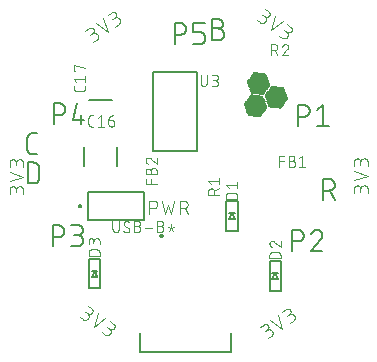
<source format=gbr>
G04 EAGLE Gerber RS-274X export*
G75*
%MOMM*%
%FSLAX34Y34*%
%LPD*%
%INSilkscreen Top*%
%IPPOS*%
%AMOC8*
5,1,8,0,0,1.08239X$1,22.5*%
G01*
%ADD10C,0.101600*%
%ADD11C,0.152400*%
%ADD12R,0.014731X0.014731*%
%ADD13R,0.147319X0.014731*%
%ADD14R,0.265175X0.014731*%
%ADD15R,0.383031X0.014731*%
%ADD16R,0.515619X0.014731*%
%ADD17R,0.633475X0.014731*%
%ADD18R,0.751331X0.014731*%
%ADD19R,0.883919X0.014731*%
%ADD20R,1.001775X0.014731*%
%ADD21R,1.119631X0.014731*%
%ADD22R,1.134363X0.014731*%
%ADD23R,1.149094X0.014731*%
%ADD24R,1.163825X0.014731*%
%ADD25R,1.178556X0.014731*%
%ADD26R,1.193288X0.014731*%
%ADD27R,1.222756X0.014731*%
%ADD28R,1.237488X0.014731*%
%ADD29R,1.266950X0.014731*%
%ADD30R,1.281681X0.014731*%
%ADD31R,1.311144X0.014731*%
%ADD32R,1.325881X0.014731*%
%ADD33R,1.355344X0.014731*%
%ADD34R,1.370075X0.014731*%
%ADD35R,1.384806X0.014731*%
%ADD36R,1.399538X0.014731*%
%ADD37R,1.414275X0.014731*%
%ADD38R,1.443738X0.014731*%
%ADD39R,1.458469X0.014731*%
%ADD40R,1.487931X0.014731*%
%ADD41R,1.502663X0.014731*%
%ADD42R,1.517394X0.014731*%
%ADD43R,1.532125X0.014731*%
%ADD44R,1.546856X0.014731*%
%ADD45R,1.576319X0.014731*%
%ADD46R,1.605788X0.014731*%
%ADD47R,1.620519X0.014731*%
%ADD48R,1.649981X0.014731*%
%ADD49R,1.664713X0.014731*%
%ADD50R,1.694175X0.014731*%
%ADD51R,1.708913X0.014731*%
%ADD52R,1.738375X0.014731*%
%ADD53R,1.753106X0.014731*%
%ADD54R,1.767838X0.014731*%
%ADD55R,1.782569X0.014731*%
%ADD56R,1.797306X0.014731*%
%ADD57R,0.117856X0.014731*%
%ADD58R,1.826769X0.014731*%
%ADD59R,0.235713X0.014731*%
%ADD60R,0.353569X0.014731*%
%ADD61R,1.856231X0.014731*%
%ADD62R,0.486156X0.014731*%
%ADD63R,1.870963X0.014731*%
%ADD64R,0.604013X0.014731*%
%ADD65R,0.721869X0.014731*%
%ADD66R,1.885694X0.014731*%
%ADD67R,0.839719X0.014731*%
%ADD68R,0.972306X0.014731*%
%ADD69R,1.090169X0.014731*%
%ADD70R,1.208025X0.014731*%
%ADD71R,1.252219X0.014731*%
%ADD72R,1.296412X0.014731*%
%ADD73R,1.340612X0.014731*%
%ADD74R,1.826763X0.014731*%
%ADD75R,1.414269X0.014731*%
%ADD76R,1.812031X0.014731*%
%ADD77R,1.429000X0.014731*%
%ADD78R,1.458462X0.014731*%
%ADD79R,1.473200X0.014731*%
%ADD80R,1.723644X0.014731*%
%ADD81R,1.694181X0.014731*%
%ADD82R,1.679450X0.014731*%
%ADD83R,1.561594X0.014731*%
%ADD84R,1.576325X0.014731*%
%ADD85R,1.591056X0.014731*%
%ADD86R,1.635250X0.014731*%
%ADD87R,1.561588X0.014731*%
%ADD88R,1.443731X0.014731*%
%ADD89R,1.797300X0.014731*%
%ADD90R,1.841500X0.014731*%
%ADD91R,1.311150X0.014731*%
%ADD92R,1.296419X0.014731*%
%ADD93R,1.193294X0.014731*%
%ADD94R,0.957575X0.014731*%
%ADD95R,0.589281X0.014731*%
%ADD96R,0.471425X0.014731*%
%ADD97R,0.220975X0.014731*%
%ADD98R,1.812038X0.014731*%
%ADD99R,0.103119X0.014731*%
%ADD100R,0.029463X0.014731*%
%ADD101R,0.162050X0.014731*%
%ADD102R,0.397763X0.014731*%
%ADD103R,0.648206X0.014731*%
%ADD104R,1.679444X0.014731*%
%ADD105R,1.016506X0.014731*%
%ADD106R,1.104900X0.014731*%
%ADD107R,1.222750X0.014731*%
%ADD108R,1.429006X0.014731*%
%ADD109R,1.208019X0.014731*%
%ADD110R,0.987044X0.014731*%
%ADD111R,0.854456X0.014731*%
%ADD112R,0.618744X0.014731*%
%ADD113R,0.500888X0.014731*%
%ADD114R,0.368300X0.014731*%
%ADD115R,0.132587X0.014731*%
%ADD116R,1.664719X0.014731*%
%ADD117R,1.075438X0.014731*%
%ADD118R,0.942844X0.014731*%
%ADD119R,0.707131X0.014731*%
%ADD120R,0.456694X0.014731*%
%ADD121R,0.088388X0.014731*%
%ADD122C,0.127000*%
%ADD123C,0.076200*%
%ADD124C,0.200000*%
%ADD125C,0.150000*%


D10*
X403047Y478072D02*
X405705Y476210D01*
X405799Y476147D01*
X405895Y476087D01*
X405993Y476030D01*
X406093Y475977D01*
X406195Y475927D01*
X406299Y475881D01*
X406404Y475839D01*
X406510Y475800D01*
X406618Y475765D01*
X406727Y475734D01*
X406837Y475706D01*
X406948Y475683D01*
X407059Y475663D01*
X407171Y475647D01*
X407284Y475635D01*
X407397Y475627D01*
X407510Y475623D01*
X407624Y475623D01*
X407737Y475627D01*
X407850Y475635D01*
X407963Y475647D01*
X408075Y475663D01*
X408186Y475683D01*
X408297Y475706D01*
X408407Y475734D01*
X408516Y475765D01*
X408624Y475800D01*
X408730Y475839D01*
X408835Y475881D01*
X408939Y475927D01*
X409041Y475977D01*
X409141Y476030D01*
X409239Y476087D01*
X409335Y476147D01*
X409429Y476210D01*
X409520Y476277D01*
X409610Y476346D01*
X409697Y476419D01*
X409781Y476495D01*
X409862Y476574D01*
X409941Y476655D01*
X410017Y476739D01*
X410090Y476826D01*
X410159Y476916D01*
X410226Y477007D01*
X410289Y477101D01*
X410349Y477197D01*
X410406Y477295D01*
X410459Y477395D01*
X410509Y477497D01*
X410555Y477601D01*
X410597Y477706D01*
X410636Y477812D01*
X410671Y477920D01*
X410702Y478029D01*
X410730Y478139D01*
X410753Y478250D01*
X410773Y478361D01*
X410789Y478473D01*
X410801Y478586D01*
X410809Y478699D01*
X410813Y478812D01*
X410813Y478926D01*
X410809Y479039D01*
X410801Y479152D01*
X410789Y479265D01*
X410773Y479377D01*
X410753Y479488D01*
X410730Y479599D01*
X410702Y479709D01*
X410671Y479818D01*
X410636Y479926D01*
X410597Y480032D01*
X410555Y480137D01*
X410509Y480241D01*
X410459Y480343D01*
X410406Y480443D01*
X410349Y480541D01*
X410289Y480637D01*
X410226Y480731D01*
X410159Y480822D01*
X410090Y480912D01*
X410017Y480999D01*
X409941Y481083D01*
X409862Y481164D01*
X409781Y481243D01*
X409697Y481319D01*
X409610Y481392D01*
X409521Y481461D01*
X409429Y481528D01*
X412939Y485409D02*
X409748Y487643D01*
X412938Y485409D02*
X413019Y485349D01*
X413098Y485287D01*
X413175Y485221D01*
X413249Y485153D01*
X413320Y485082D01*
X413388Y485008D01*
X413454Y484931D01*
X413516Y484852D01*
X413576Y484771D01*
X413632Y484687D01*
X413685Y484602D01*
X413734Y484514D01*
X413780Y484425D01*
X413823Y484333D01*
X413862Y484240D01*
X413897Y484146D01*
X413929Y484051D01*
X413957Y483954D01*
X413981Y483856D01*
X414001Y483758D01*
X414018Y483658D01*
X414030Y483558D01*
X414039Y483458D01*
X414044Y483358D01*
X414045Y483257D01*
X414042Y483156D01*
X414035Y483056D01*
X414024Y482956D01*
X414010Y482856D01*
X413991Y482757D01*
X413969Y482659D01*
X413943Y482562D01*
X413913Y482465D01*
X413880Y482371D01*
X413843Y482277D01*
X413802Y482185D01*
X413757Y482094D01*
X413710Y482006D01*
X413658Y481919D01*
X413604Y481835D01*
X413546Y481752D01*
X413485Y481672D01*
X413421Y481594D01*
X413354Y481519D01*
X413285Y481446D01*
X413212Y481377D01*
X413137Y481310D01*
X413059Y481246D01*
X412979Y481185D01*
X412896Y481127D01*
X412812Y481073D01*
X412725Y481021D01*
X412637Y480974D01*
X412546Y480929D01*
X412454Y480888D01*
X412360Y480851D01*
X412266Y480818D01*
X412169Y480788D01*
X412072Y480762D01*
X411974Y480740D01*
X411875Y480721D01*
X411775Y480707D01*
X411675Y480696D01*
X411575Y480689D01*
X411474Y480686D01*
X411373Y480687D01*
X411273Y480692D01*
X411173Y480701D01*
X411073Y480713D01*
X410973Y480730D01*
X410875Y480750D01*
X410777Y480774D01*
X410680Y480802D01*
X410585Y480834D01*
X410491Y480869D01*
X410398Y480908D01*
X410306Y480951D01*
X410217Y480997D01*
X410129Y481046D01*
X410044Y481099D01*
X409960Y481155D01*
X407833Y482645D01*
X418579Y481459D02*
X415068Y469654D01*
X424960Y476992D01*
X421772Y464960D02*
X424431Y463098D01*
X424525Y463035D01*
X424621Y462975D01*
X424719Y462918D01*
X424819Y462865D01*
X424921Y462815D01*
X425025Y462769D01*
X425130Y462727D01*
X425236Y462688D01*
X425344Y462653D01*
X425453Y462622D01*
X425563Y462594D01*
X425674Y462571D01*
X425785Y462551D01*
X425897Y462535D01*
X426010Y462523D01*
X426123Y462515D01*
X426236Y462511D01*
X426350Y462511D01*
X426463Y462515D01*
X426576Y462523D01*
X426689Y462535D01*
X426801Y462551D01*
X426912Y462571D01*
X427023Y462594D01*
X427133Y462622D01*
X427242Y462653D01*
X427350Y462688D01*
X427456Y462727D01*
X427561Y462769D01*
X427665Y462815D01*
X427767Y462865D01*
X427867Y462918D01*
X427965Y462975D01*
X428061Y463035D01*
X428155Y463098D01*
X428246Y463165D01*
X428336Y463234D01*
X428423Y463307D01*
X428507Y463383D01*
X428588Y463462D01*
X428667Y463543D01*
X428743Y463627D01*
X428816Y463714D01*
X428885Y463804D01*
X428952Y463895D01*
X429015Y463989D01*
X429075Y464085D01*
X429132Y464183D01*
X429185Y464283D01*
X429235Y464385D01*
X429281Y464489D01*
X429323Y464594D01*
X429362Y464700D01*
X429397Y464808D01*
X429428Y464917D01*
X429456Y465027D01*
X429479Y465138D01*
X429499Y465249D01*
X429515Y465361D01*
X429527Y465474D01*
X429535Y465587D01*
X429539Y465700D01*
X429539Y465814D01*
X429535Y465927D01*
X429527Y466040D01*
X429515Y466153D01*
X429499Y466265D01*
X429479Y466376D01*
X429456Y466487D01*
X429428Y466597D01*
X429397Y466706D01*
X429362Y466814D01*
X429323Y466920D01*
X429281Y467025D01*
X429235Y467129D01*
X429185Y467231D01*
X429132Y467331D01*
X429075Y467429D01*
X429015Y467525D01*
X428952Y467619D01*
X428885Y467710D01*
X428816Y467800D01*
X428743Y467887D01*
X428667Y467971D01*
X428588Y468052D01*
X428507Y468131D01*
X428423Y468207D01*
X428336Y468280D01*
X428247Y468349D01*
X428155Y468416D01*
X431664Y472297D02*
X428474Y474531D01*
X431664Y472297D02*
X431745Y472237D01*
X431824Y472175D01*
X431901Y472109D01*
X431975Y472041D01*
X432046Y471970D01*
X432114Y471896D01*
X432180Y471819D01*
X432242Y471740D01*
X432302Y471659D01*
X432358Y471575D01*
X432411Y471490D01*
X432460Y471402D01*
X432506Y471313D01*
X432549Y471221D01*
X432588Y471128D01*
X432623Y471034D01*
X432655Y470939D01*
X432683Y470842D01*
X432707Y470744D01*
X432727Y470646D01*
X432744Y470546D01*
X432756Y470446D01*
X432765Y470346D01*
X432770Y470246D01*
X432771Y470145D01*
X432768Y470044D01*
X432761Y469944D01*
X432750Y469844D01*
X432736Y469744D01*
X432717Y469645D01*
X432695Y469547D01*
X432669Y469450D01*
X432639Y469353D01*
X432606Y469259D01*
X432569Y469165D01*
X432528Y469073D01*
X432483Y468982D01*
X432436Y468894D01*
X432384Y468807D01*
X432330Y468723D01*
X432272Y468640D01*
X432211Y468560D01*
X432147Y468482D01*
X432080Y468407D01*
X432011Y468334D01*
X431938Y468265D01*
X431863Y468198D01*
X431785Y468134D01*
X431705Y468073D01*
X431622Y468015D01*
X431538Y467961D01*
X431451Y467909D01*
X431363Y467862D01*
X431272Y467817D01*
X431180Y467776D01*
X431086Y467739D01*
X430992Y467706D01*
X430895Y467676D01*
X430798Y467650D01*
X430700Y467628D01*
X430601Y467609D01*
X430501Y467595D01*
X430401Y467584D01*
X430301Y467577D01*
X430200Y467574D01*
X430099Y467575D01*
X429999Y467580D01*
X429899Y467589D01*
X429799Y467601D01*
X429699Y467618D01*
X429601Y467638D01*
X429503Y467662D01*
X429406Y467690D01*
X429311Y467722D01*
X429217Y467757D01*
X429124Y467796D01*
X429032Y467839D01*
X428943Y467885D01*
X428855Y467934D01*
X428770Y467987D01*
X428686Y468043D01*
X426559Y469533D01*
X497242Y334770D02*
X497242Y331524D01*
X497242Y334770D02*
X497240Y334883D01*
X497234Y334996D01*
X497224Y335109D01*
X497210Y335222D01*
X497193Y335334D01*
X497171Y335445D01*
X497146Y335555D01*
X497116Y335665D01*
X497083Y335773D01*
X497046Y335880D01*
X497006Y335986D01*
X496961Y336090D01*
X496913Y336193D01*
X496862Y336294D01*
X496807Y336393D01*
X496749Y336490D01*
X496687Y336585D01*
X496622Y336678D01*
X496554Y336768D01*
X496483Y336856D01*
X496408Y336942D01*
X496331Y337025D01*
X496251Y337105D01*
X496168Y337182D01*
X496082Y337257D01*
X495994Y337328D01*
X495904Y337396D01*
X495811Y337461D01*
X495716Y337523D01*
X495619Y337581D01*
X495520Y337636D01*
X495419Y337687D01*
X495316Y337735D01*
X495212Y337780D01*
X495106Y337820D01*
X494999Y337857D01*
X494891Y337890D01*
X494781Y337920D01*
X494671Y337945D01*
X494560Y337967D01*
X494448Y337984D01*
X494335Y337998D01*
X494222Y338008D01*
X494109Y338014D01*
X493996Y338016D01*
X493883Y338014D01*
X493770Y338008D01*
X493657Y337998D01*
X493544Y337984D01*
X493432Y337967D01*
X493321Y337945D01*
X493211Y337920D01*
X493101Y337890D01*
X492993Y337857D01*
X492886Y337820D01*
X492780Y337780D01*
X492676Y337735D01*
X492573Y337687D01*
X492472Y337636D01*
X492373Y337581D01*
X492276Y337523D01*
X492181Y337461D01*
X492088Y337396D01*
X491998Y337328D01*
X491910Y337257D01*
X491824Y337182D01*
X491741Y337105D01*
X491661Y337025D01*
X491584Y336942D01*
X491509Y336856D01*
X491438Y336768D01*
X491370Y336678D01*
X491305Y336585D01*
X491243Y336490D01*
X491185Y336393D01*
X491130Y336294D01*
X491079Y336193D01*
X491031Y336090D01*
X490986Y335986D01*
X490946Y335880D01*
X490909Y335773D01*
X490876Y335665D01*
X490846Y335555D01*
X490821Y335445D01*
X490799Y335334D01*
X490782Y335222D01*
X490768Y335109D01*
X490758Y334996D01*
X490752Y334883D01*
X490750Y334770D01*
X485558Y335419D02*
X485558Y331524D01*
X485558Y335419D02*
X485560Y335520D01*
X485566Y335620D01*
X485576Y335720D01*
X485589Y335820D01*
X485607Y335919D01*
X485628Y336018D01*
X485653Y336115D01*
X485682Y336212D01*
X485715Y336307D01*
X485751Y336401D01*
X485791Y336493D01*
X485834Y336584D01*
X485881Y336673D01*
X485931Y336760D01*
X485985Y336846D01*
X486042Y336929D01*
X486102Y337009D01*
X486165Y337088D01*
X486232Y337164D01*
X486301Y337237D01*
X486373Y337307D01*
X486447Y337375D01*
X486524Y337440D01*
X486604Y337501D01*
X486686Y337560D01*
X486770Y337615D01*
X486856Y337667D01*
X486944Y337716D01*
X487034Y337761D01*
X487126Y337803D01*
X487219Y337841D01*
X487314Y337875D01*
X487409Y337906D01*
X487506Y337933D01*
X487604Y337956D01*
X487703Y337976D01*
X487803Y337991D01*
X487903Y338003D01*
X488003Y338011D01*
X488104Y338015D01*
X488204Y338015D01*
X488305Y338011D01*
X488405Y338003D01*
X488505Y337991D01*
X488605Y337976D01*
X488704Y337956D01*
X488802Y337933D01*
X488899Y337906D01*
X488994Y337875D01*
X489089Y337841D01*
X489182Y337803D01*
X489274Y337761D01*
X489364Y337716D01*
X489452Y337667D01*
X489538Y337615D01*
X489622Y337560D01*
X489704Y337501D01*
X489784Y337440D01*
X489861Y337375D01*
X489935Y337307D01*
X490007Y337237D01*
X490076Y337164D01*
X490143Y337088D01*
X490206Y337009D01*
X490266Y336929D01*
X490323Y336846D01*
X490377Y336760D01*
X490427Y336673D01*
X490474Y336584D01*
X490517Y336493D01*
X490557Y336401D01*
X490593Y336307D01*
X490626Y336212D01*
X490655Y336115D01*
X490680Y336018D01*
X490701Y335919D01*
X490719Y335820D01*
X490732Y335720D01*
X490742Y335620D01*
X490748Y335520D01*
X490750Y335419D01*
X490751Y335419D02*
X490751Y332823D01*
X485558Y342305D02*
X497242Y346200D01*
X485558Y350095D01*
X497242Y354384D02*
X497242Y357630D01*
X497240Y357743D01*
X497234Y357856D01*
X497224Y357969D01*
X497210Y358082D01*
X497193Y358194D01*
X497171Y358305D01*
X497146Y358415D01*
X497116Y358525D01*
X497083Y358633D01*
X497046Y358740D01*
X497006Y358846D01*
X496961Y358950D01*
X496913Y359053D01*
X496862Y359154D01*
X496807Y359253D01*
X496749Y359350D01*
X496687Y359445D01*
X496622Y359538D01*
X496554Y359628D01*
X496483Y359716D01*
X496408Y359802D01*
X496331Y359885D01*
X496251Y359965D01*
X496168Y360042D01*
X496082Y360117D01*
X495994Y360188D01*
X495904Y360256D01*
X495811Y360321D01*
X495716Y360383D01*
X495619Y360441D01*
X495520Y360496D01*
X495419Y360547D01*
X495316Y360595D01*
X495212Y360640D01*
X495106Y360680D01*
X494999Y360717D01*
X494891Y360750D01*
X494781Y360780D01*
X494671Y360805D01*
X494560Y360827D01*
X494448Y360844D01*
X494335Y360858D01*
X494222Y360868D01*
X494109Y360874D01*
X493996Y360876D01*
X493883Y360874D01*
X493770Y360868D01*
X493657Y360858D01*
X493544Y360844D01*
X493432Y360827D01*
X493321Y360805D01*
X493211Y360780D01*
X493101Y360750D01*
X492993Y360717D01*
X492886Y360680D01*
X492780Y360640D01*
X492676Y360595D01*
X492573Y360547D01*
X492472Y360496D01*
X492373Y360441D01*
X492276Y360383D01*
X492181Y360321D01*
X492088Y360256D01*
X491998Y360188D01*
X491910Y360117D01*
X491824Y360042D01*
X491741Y359965D01*
X491661Y359885D01*
X491584Y359802D01*
X491509Y359716D01*
X491438Y359628D01*
X491370Y359538D01*
X491305Y359445D01*
X491243Y359350D01*
X491185Y359253D01*
X491130Y359154D01*
X491079Y359053D01*
X491031Y358950D01*
X490986Y358846D01*
X490946Y358740D01*
X490909Y358633D01*
X490876Y358525D01*
X490846Y358415D01*
X490821Y358305D01*
X490799Y358194D01*
X490782Y358082D01*
X490768Y357969D01*
X490758Y357856D01*
X490752Y357743D01*
X490750Y357630D01*
X485558Y358279D02*
X485558Y354384D01*
X485558Y358279D02*
X485560Y358380D01*
X485566Y358480D01*
X485576Y358580D01*
X485589Y358680D01*
X485607Y358779D01*
X485628Y358878D01*
X485653Y358975D01*
X485682Y359072D01*
X485715Y359167D01*
X485751Y359261D01*
X485791Y359353D01*
X485834Y359444D01*
X485881Y359533D01*
X485931Y359620D01*
X485985Y359706D01*
X486042Y359789D01*
X486102Y359869D01*
X486165Y359948D01*
X486232Y360024D01*
X486301Y360097D01*
X486373Y360167D01*
X486447Y360235D01*
X486524Y360300D01*
X486604Y360361D01*
X486686Y360420D01*
X486770Y360475D01*
X486856Y360527D01*
X486944Y360576D01*
X487034Y360621D01*
X487126Y360663D01*
X487219Y360701D01*
X487314Y360735D01*
X487409Y360766D01*
X487506Y360793D01*
X487604Y360816D01*
X487703Y360836D01*
X487803Y360851D01*
X487903Y360863D01*
X488003Y360871D01*
X488104Y360875D01*
X488204Y360875D01*
X488305Y360871D01*
X488405Y360863D01*
X488505Y360851D01*
X488605Y360836D01*
X488704Y360816D01*
X488802Y360793D01*
X488899Y360766D01*
X488994Y360735D01*
X489089Y360701D01*
X489182Y360663D01*
X489274Y360621D01*
X489364Y360576D01*
X489452Y360527D01*
X489538Y360475D01*
X489622Y360420D01*
X489704Y360361D01*
X489784Y360300D01*
X489861Y360235D01*
X489935Y360167D01*
X490007Y360097D01*
X490076Y360024D01*
X490143Y359948D01*
X490206Y359869D01*
X490266Y359789D01*
X490323Y359706D01*
X490377Y359620D01*
X490427Y359533D01*
X490474Y359444D01*
X490517Y359353D01*
X490557Y359261D01*
X490593Y359167D01*
X490626Y359072D01*
X490655Y358975D01*
X490680Y358878D01*
X490701Y358779D01*
X490719Y358680D01*
X490732Y358580D01*
X490742Y358480D01*
X490748Y358380D01*
X490750Y358279D01*
X490751Y358279D02*
X490751Y355683D01*
X415201Y210302D02*
X412542Y208440D01*
X415201Y210301D02*
X415292Y210368D01*
X415382Y210437D01*
X415469Y210510D01*
X415553Y210586D01*
X415634Y210665D01*
X415713Y210746D01*
X415789Y210830D01*
X415862Y210917D01*
X415931Y211007D01*
X415998Y211098D01*
X416061Y211192D01*
X416121Y211288D01*
X416178Y211386D01*
X416231Y211486D01*
X416281Y211588D01*
X416327Y211692D01*
X416369Y211797D01*
X416408Y211903D01*
X416443Y212011D01*
X416474Y212120D01*
X416502Y212230D01*
X416525Y212341D01*
X416545Y212452D01*
X416561Y212564D01*
X416573Y212677D01*
X416581Y212790D01*
X416585Y212903D01*
X416585Y213017D01*
X416581Y213130D01*
X416573Y213243D01*
X416561Y213356D01*
X416545Y213468D01*
X416525Y213579D01*
X416502Y213690D01*
X416474Y213800D01*
X416443Y213909D01*
X416408Y214017D01*
X416369Y214123D01*
X416327Y214228D01*
X416281Y214332D01*
X416231Y214434D01*
X416178Y214534D01*
X416121Y214632D01*
X416061Y214728D01*
X415998Y214822D01*
X415931Y214913D01*
X415862Y215003D01*
X415789Y215090D01*
X415713Y215174D01*
X415634Y215255D01*
X415553Y215334D01*
X415469Y215410D01*
X415382Y215483D01*
X415293Y215552D01*
X415201Y215619D01*
X415107Y215682D01*
X415011Y215742D01*
X414913Y215799D01*
X414813Y215852D01*
X414711Y215902D01*
X414607Y215948D01*
X414502Y215990D01*
X414396Y216029D01*
X414288Y216064D01*
X414179Y216095D01*
X414069Y216123D01*
X413958Y216146D01*
X413847Y216166D01*
X413735Y216182D01*
X413622Y216194D01*
X413509Y216202D01*
X413396Y216206D01*
X413282Y216206D01*
X413169Y216202D01*
X413056Y216194D01*
X412943Y216182D01*
X412831Y216166D01*
X412720Y216146D01*
X412609Y216123D01*
X412499Y216095D01*
X412390Y216064D01*
X412282Y216029D01*
X412176Y215990D01*
X412071Y215948D01*
X411967Y215902D01*
X411865Y215852D01*
X411765Y215799D01*
X411667Y215742D01*
X411571Y215682D01*
X411477Y215619D01*
X409031Y220245D02*
X405841Y218011D01*
X409031Y220245D02*
X409115Y220301D01*
X409200Y220354D01*
X409288Y220403D01*
X409377Y220449D01*
X409469Y220492D01*
X409562Y220531D01*
X409656Y220566D01*
X409751Y220598D01*
X409848Y220626D01*
X409946Y220650D01*
X410044Y220670D01*
X410144Y220687D01*
X410244Y220699D01*
X410344Y220708D01*
X410445Y220713D01*
X410545Y220714D01*
X410646Y220711D01*
X410746Y220704D01*
X410846Y220693D01*
X410946Y220679D01*
X411045Y220660D01*
X411143Y220638D01*
X411240Y220612D01*
X411337Y220582D01*
X411432Y220549D01*
X411525Y220512D01*
X411617Y220471D01*
X411708Y220426D01*
X411796Y220379D01*
X411883Y220327D01*
X411967Y220273D01*
X412050Y220215D01*
X412130Y220154D01*
X412208Y220090D01*
X412283Y220023D01*
X412356Y219954D01*
X412425Y219881D01*
X412492Y219806D01*
X412556Y219728D01*
X412617Y219648D01*
X412675Y219565D01*
X412729Y219481D01*
X412781Y219394D01*
X412828Y219306D01*
X412873Y219215D01*
X412914Y219123D01*
X412951Y219029D01*
X412984Y218935D01*
X413014Y218838D01*
X413040Y218741D01*
X413062Y218643D01*
X413081Y218544D01*
X413095Y218444D01*
X413106Y218344D01*
X413113Y218244D01*
X413116Y218143D01*
X413115Y218043D01*
X413110Y217942D01*
X413101Y217842D01*
X413089Y217742D01*
X413072Y217642D01*
X413052Y217544D01*
X413028Y217446D01*
X413000Y217349D01*
X412968Y217254D01*
X412933Y217160D01*
X412894Y217067D01*
X412851Y216975D01*
X412805Y216886D01*
X412756Y216798D01*
X412703Y216713D01*
X412647Y216629D01*
X412587Y216548D01*
X412525Y216469D01*
X412459Y216392D01*
X412391Y216318D01*
X412320Y216247D01*
X412246Y216179D01*
X412169Y216113D01*
X412090Y216051D01*
X412009Y215991D01*
X409883Y214502D01*
X414672Y224195D02*
X424564Y216857D01*
X421052Y228662D01*
X431268Y221552D02*
X433927Y223413D01*
X434018Y223480D01*
X434108Y223549D01*
X434195Y223622D01*
X434279Y223698D01*
X434360Y223777D01*
X434439Y223858D01*
X434515Y223942D01*
X434588Y224029D01*
X434657Y224119D01*
X434724Y224210D01*
X434787Y224304D01*
X434847Y224400D01*
X434904Y224498D01*
X434957Y224598D01*
X435007Y224700D01*
X435053Y224804D01*
X435095Y224909D01*
X435134Y225015D01*
X435169Y225123D01*
X435200Y225232D01*
X435228Y225342D01*
X435251Y225453D01*
X435271Y225564D01*
X435287Y225676D01*
X435299Y225789D01*
X435307Y225902D01*
X435311Y226015D01*
X435311Y226129D01*
X435307Y226242D01*
X435299Y226355D01*
X435287Y226468D01*
X435271Y226580D01*
X435251Y226691D01*
X435228Y226802D01*
X435200Y226912D01*
X435169Y227021D01*
X435134Y227129D01*
X435095Y227235D01*
X435053Y227340D01*
X435007Y227444D01*
X434957Y227546D01*
X434904Y227646D01*
X434847Y227744D01*
X434787Y227840D01*
X434724Y227934D01*
X434657Y228025D01*
X434588Y228115D01*
X434515Y228202D01*
X434439Y228286D01*
X434360Y228367D01*
X434279Y228446D01*
X434195Y228522D01*
X434108Y228595D01*
X434019Y228664D01*
X433927Y228731D01*
X433833Y228794D01*
X433737Y228854D01*
X433639Y228911D01*
X433539Y228964D01*
X433437Y229014D01*
X433333Y229060D01*
X433228Y229102D01*
X433122Y229141D01*
X433014Y229176D01*
X432905Y229207D01*
X432795Y229235D01*
X432684Y229258D01*
X432573Y229278D01*
X432461Y229294D01*
X432348Y229306D01*
X432235Y229314D01*
X432122Y229318D01*
X432008Y229318D01*
X431895Y229314D01*
X431782Y229306D01*
X431669Y229294D01*
X431557Y229278D01*
X431446Y229258D01*
X431335Y229235D01*
X431225Y229207D01*
X431116Y229176D01*
X431008Y229141D01*
X430902Y229102D01*
X430797Y229060D01*
X430693Y229014D01*
X430591Y228964D01*
X430491Y228911D01*
X430393Y228854D01*
X430297Y228794D01*
X430203Y228731D01*
X427757Y233357D02*
X424566Y231123D01*
X427757Y233357D02*
X427841Y233413D01*
X427926Y233466D01*
X428014Y233515D01*
X428103Y233561D01*
X428195Y233604D01*
X428288Y233643D01*
X428382Y233678D01*
X428477Y233710D01*
X428574Y233738D01*
X428672Y233762D01*
X428770Y233782D01*
X428870Y233799D01*
X428970Y233811D01*
X429070Y233820D01*
X429171Y233825D01*
X429271Y233826D01*
X429372Y233823D01*
X429472Y233816D01*
X429572Y233805D01*
X429672Y233791D01*
X429771Y233772D01*
X429869Y233750D01*
X429966Y233724D01*
X430063Y233694D01*
X430158Y233661D01*
X430251Y233624D01*
X430343Y233583D01*
X430434Y233538D01*
X430522Y233491D01*
X430609Y233439D01*
X430693Y233385D01*
X430776Y233327D01*
X430856Y233266D01*
X430934Y233202D01*
X431009Y233135D01*
X431082Y233066D01*
X431151Y232993D01*
X431218Y232918D01*
X431282Y232840D01*
X431343Y232760D01*
X431401Y232677D01*
X431455Y232593D01*
X431507Y232506D01*
X431554Y232418D01*
X431599Y232327D01*
X431640Y232235D01*
X431677Y232141D01*
X431710Y232047D01*
X431740Y231950D01*
X431766Y231853D01*
X431788Y231755D01*
X431807Y231656D01*
X431821Y231556D01*
X431832Y231456D01*
X431839Y231356D01*
X431842Y231255D01*
X431841Y231155D01*
X431836Y231054D01*
X431827Y230954D01*
X431815Y230854D01*
X431798Y230754D01*
X431778Y230656D01*
X431754Y230558D01*
X431726Y230461D01*
X431694Y230366D01*
X431659Y230272D01*
X431620Y230179D01*
X431577Y230087D01*
X431531Y229998D01*
X431482Y229910D01*
X431429Y229825D01*
X431373Y229741D01*
X431313Y229660D01*
X431251Y229581D01*
X431185Y229504D01*
X431117Y229430D01*
X431046Y229359D01*
X430972Y229291D01*
X430895Y229225D01*
X430816Y229163D01*
X430735Y229103D01*
X428608Y227614D01*
X255806Y224810D02*
X253148Y226672D01*
X255806Y224810D02*
X255900Y224747D01*
X255996Y224687D01*
X256094Y224630D01*
X256194Y224577D01*
X256296Y224527D01*
X256400Y224481D01*
X256505Y224439D01*
X256611Y224400D01*
X256719Y224365D01*
X256828Y224334D01*
X256938Y224306D01*
X257049Y224283D01*
X257160Y224263D01*
X257272Y224247D01*
X257385Y224235D01*
X257498Y224227D01*
X257611Y224223D01*
X257725Y224223D01*
X257838Y224227D01*
X257951Y224235D01*
X258064Y224247D01*
X258176Y224263D01*
X258287Y224283D01*
X258398Y224306D01*
X258508Y224334D01*
X258617Y224365D01*
X258725Y224400D01*
X258831Y224439D01*
X258936Y224481D01*
X259040Y224527D01*
X259142Y224577D01*
X259242Y224630D01*
X259340Y224687D01*
X259436Y224747D01*
X259530Y224810D01*
X259621Y224877D01*
X259711Y224946D01*
X259798Y225019D01*
X259882Y225095D01*
X259963Y225174D01*
X260042Y225255D01*
X260118Y225339D01*
X260191Y225426D01*
X260260Y225516D01*
X260327Y225607D01*
X260390Y225701D01*
X260450Y225797D01*
X260507Y225895D01*
X260560Y225995D01*
X260610Y226097D01*
X260656Y226201D01*
X260698Y226306D01*
X260737Y226412D01*
X260772Y226520D01*
X260803Y226629D01*
X260831Y226739D01*
X260854Y226850D01*
X260874Y226961D01*
X260890Y227073D01*
X260902Y227186D01*
X260910Y227299D01*
X260914Y227412D01*
X260914Y227526D01*
X260910Y227639D01*
X260902Y227752D01*
X260890Y227865D01*
X260874Y227977D01*
X260854Y228088D01*
X260831Y228199D01*
X260803Y228309D01*
X260772Y228418D01*
X260737Y228526D01*
X260698Y228632D01*
X260656Y228737D01*
X260610Y228841D01*
X260560Y228943D01*
X260507Y229043D01*
X260450Y229141D01*
X260390Y229237D01*
X260327Y229331D01*
X260260Y229422D01*
X260191Y229512D01*
X260118Y229599D01*
X260042Y229683D01*
X259963Y229764D01*
X259882Y229843D01*
X259798Y229919D01*
X259711Y229992D01*
X259622Y230061D01*
X259530Y230128D01*
X263040Y234009D02*
X259849Y236243D01*
X263039Y234009D02*
X263120Y233949D01*
X263199Y233887D01*
X263276Y233821D01*
X263350Y233753D01*
X263421Y233682D01*
X263489Y233608D01*
X263555Y233531D01*
X263617Y233452D01*
X263677Y233371D01*
X263733Y233287D01*
X263786Y233202D01*
X263835Y233114D01*
X263881Y233025D01*
X263924Y232933D01*
X263963Y232840D01*
X263998Y232746D01*
X264030Y232651D01*
X264058Y232554D01*
X264082Y232456D01*
X264102Y232358D01*
X264119Y232258D01*
X264131Y232158D01*
X264140Y232058D01*
X264145Y231958D01*
X264146Y231857D01*
X264143Y231756D01*
X264136Y231656D01*
X264125Y231556D01*
X264111Y231456D01*
X264092Y231357D01*
X264070Y231259D01*
X264044Y231162D01*
X264014Y231065D01*
X263981Y230971D01*
X263944Y230877D01*
X263903Y230785D01*
X263858Y230694D01*
X263811Y230606D01*
X263759Y230519D01*
X263705Y230435D01*
X263647Y230352D01*
X263586Y230272D01*
X263522Y230194D01*
X263455Y230119D01*
X263386Y230046D01*
X263313Y229977D01*
X263238Y229910D01*
X263160Y229846D01*
X263080Y229785D01*
X262997Y229727D01*
X262913Y229673D01*
X262826Y229621D01*
X262738Y229574D01*
X262647Y229529D01*
X262555Y229488D01*
X262461Y229451D01*
X262367Y229418D01*
X262270Y229388D01*
X262173Y229362D01*
X262075Y229340D01*
X261976Y229321D01*
X261876Y229307D01*
X261776Y229296D01*
X261676Y229289D01*
X261575Y229286D01*
X261474Y229287D01*
X261374Y229292D01*
X261274Y229301D01*
X261174Y229313D01*
X261074Y229330D01*
X260976Y229350D01*
X260878Y229374D01*
X260781Y229402D01*
X260686Y229434D01*
X260592Y229469D01*
X260499Y229508D01*
X260407Y229551D01*
X260318Y229597D01*
X260230Y229646D01*
X260145Y229699D01*
X260061Y229755D01*
X257934Y231245D01*
X268680Y230059D02*
X265169Y218254D01*
X275061Y225592D01*
X271873Y213560D02*
X274532Y211698D01*
X274626Y211635D01*
X274722Y211575D01*
X274820Y211518D01*
X274920Y211465D01*
X275022Y211415D01*
X275126Y211369D01*
X275231Y211327D01*
X275337Y211288D01*
X275445Y211253D01*
X275554Y211222D01*
X275664Y211194D01*
X275775Y211171D01*
X275886Y211151D01*
X275998Y211135D01*
X276111Y211123D01*
X276224Y211115D01*
X276337Y211111D01*
X276451Y211111D01*
X276564Y211115D01*
X276677Y211123D01*
X276790Y211135D01*
X276902Y211151D01*
X277013Y211171D01*
X277124Y211194D01*
X277234Y211222D01*
X277343Y211253D01*
X277451Y211288D01*
X277557Y211327D01*
X277662Y211369D01*
X277766Y211415D01*
X277868Y211465D01*
X277968Y211518D01*
X278066Y211575D01*
X278162Y211635D01*
X278256Y211698D01*
X278347Y211765D01*
X278437Y211834D01*
X278524Y211907D01*
X278608Y211983D01*
X278689Y212062D01*
X278768Y212143D01*
X278844Y212227D01*
X278917Y212314D01*
X278986Y212404D01*
X279053Y212495D01*
X279116Y212589D01*
X279176Y212685D01*
X279233Y212783D01*
X279286Y212883D01*
X279336Y212985D01*
X279382Y213089D01*
X279424Y213194D01*
X279463Y213300D01*
X279498Y213408D01*
X279529Y213517D01*
X279557Y213627D01*
X279580Y213738D01*
X279600Y213849D01*
X279616Y213961D01*
X279628Y214074D01*
X279636Y214187D01*
X279640Y214300D01*
X279640Y214414D01*
X279636Y214527D01*
X279628Y214640D01*
X279616Y214753D01*
X279600Y214865D01*
X279580Y214976D01*
X279557Y215087D01*
X279529Y215197D01*
X279498Y215306D01*
X279463Y215414D01*
X279424Y215520D01*
X279382Y215625D01*
X279336Y215729D01*
X279286Y215831D01*
X279233Y215931D01*
X279176Y216029D01*
X279116Y216125D01*
X279053Y216219D01*
X278986Y216310D01*
X278917Y216400D01*
X278844Y216487D01*
X278768Y216571D01*
X278689Y216652D01*
X278608Y216731D01*
X278524Y216807D01*
X278437Y216880D01*
X278348Y216949D01*
X278256Y217016D01*
X281765Y220897D02*
X278575Y223131D01*
X281765Y220897D02*
X281846Y220837D01*
X281925Y220775D01*
X282002Y220709D01*
X282076Y220641D01*
X282147Y220570D01*
X282215Y220496D01*
X282281Y220419D01*
X282343Y220340D01*
X282403Y220259D01*
X282459Y220175D01*
X282512Y220090D01*
X282561Y220002D01*
X282607Y219913D01*
X282650Y219821D01*
X282689Y219728D01*
X282724Y219634D01*
X282756Y219539D01*
X282784Y219442D01*
X282808Y219344D01*
X282828Y219246D01*
X282845Y219146D01*
X282857Y219046D01*
X282866Y218946D01*
X282871Y218846D01*
X282872Y218745D01*
X282869Y218644D01*
X282862Y218544D01*
X282851Y218444D01*
X282837Y218344D01*
X282818Y218245D01*
X282796Y218147D01*
X282770Y218050D01*
X282740Y217953D01*
X282707Y217859D01*
X282670Y217765D01*
X282629Y217673D01*
X282584Y217582D01*
X282537Y217494D01*
X282485Y217407D01*
X282431Y217323D01*
X282373Y217240D01*
X282312Y217160D01*
X282248Y217082D01*
X282181Y217007D01*
X282112Y216934D01*
X282039Y216865D01*
X281964Y216798D01*
X281886Y216734D01*
X281806Y216673D01*
X281723Y216615D01*
X281639Y216561D01*
X281552Y216509D01*
X281464Y216462D01*
X281373Y216417D01*
X281281Y216376D01*
X281187Y216339D01*
X281093Y216306D01*
X280996Y216276D01*
X280899Y216250D01*
X280801Y216228D01*
X280702Y216209D01*
X280602Y216195D01*
X280502Y216184D01*
X280402Y216177D01*
X280301Y216174D01*
X280200Y216175D01*
X280100Y216180D01*
X280000Y216189D01*
X279900Y216201D01*
X279800Y216218D01*
X279702Y216238D01*
X279604Y216262D01*
X279507Y216290D01*
X279412Y216322D01*
X279318Y216357D01*
X279225Y216396D01*
X279133Y216439D01*
X279044Y216485D01*
X278956Y216534D01*
X278871Y216587D01*
X278787Y216643D01*
X276660Y218133D01*
X205572Y330762D02*
X205572Y334008D01*
X205570Y334121D01*
X205564Y334234D01*
X205554Y334347D01*
X205540Y334460D01*
X205523Y334572D01*
X205501Y334683D01*
X205476Y334793D01*
X205446Y334903D01*
X205413Y335011D01*
X205376Y335118D01*
X205336Y335224D01*
X205291Y335328D01*
X205243Y335431D01*
X205192Y335532D01*
X205137Y335631D01*
X205079Y335728D01*
X205017Y335823D01*
X204952Y335916D01*
X204884Y336006D01*
X204813Y336094D01*
X204738Y336180D01*
X204661Y336263D01*
X204581Y336343D01*
X204498Y336420D01*
X204412Y336495D01*
X204324Y336566D01*
X204234Y336634D01*
X204141Y336699D01*
X204046Y336761D01*
X203949Y336819D01*
X203850Y336874D01*
X203749Y336925D01*
X203646Y336973D01*
X203542Y337018D01*
X203436Y337058D01*
X203329Y337095D01*
X203221Y337128D01*
X203111Y337158D01*
X203001Y337183D01*
X202890Y337205D01*
X202778Y337222D01*
X202665Y337236D01*
X202552Y337246D01*
X202439Y337252D01*
X202326Y337254D01*
X202213Y337252D01*
X202100Y337246D01*
X201987Y337236D01*
X201874Y337222D01*
X201762Y337205D01*
X201651Y337183D01*
X201541Y337158D01*
X201431Y337128D01*
X201323Y337095D01*
X201216Y337058D01*
X201110Y337018D01*
X201006Y336973D01*
X200903Y336925D01*
X200802Y336874D01*
X200703Y336819D01*
X200606Y336761D01*
X200511Y336699D01*
X200418Y336634D01*
X200328Y336566D01*
X200240Y336495D01*
X200154Y336420D01*
X200071Y336343D01*
X199991Y336263D01*
X199914Y336180D01*
X199839Y336094D01*
X199768Y336006D01*
X199700Y335916D01*
X199635Y335823D01*
X199573Y335728D01*
X199515Y335631D01*
X199460Y335532D01*
X199409Y335431D01*
X199361Y335328D01*
X199316Y335224D01*
X199276Y335118D01*
X199239Y335011D01*
X199206Y334903D01*
X199176Y334793D01*
X199151Y334683D01*
X199129Y334572D01*
X199112Y334460D01*
X199098Y334347D01*
X199088Y334234D01*
X199082Y334121D01*
X199080Y334008D01*
X193888Y334657D02*
X193888Y330762D01*
X193888Y334657D02*
X193890Y334758D01*
X193896Y334858D01*
X193906Y334958D01*
X193919Y335058D01*
X193937Y335157D01*
X193958Y335256D01*
X193983Y335353D01*
X194012Y335450D01*
X194045Y335545D01*
X194081Y335639D01*
X194121Y335731D01*
X194164Y335822D01*
X194211Y335911D01*
X194261Y335998D01*
X194315Y336084D01*
X194372Y336167D01*
X194432Y336247D01*
X194495Y336326D01*
X194562Y336402D01*
X194631Y336475D01*
X194703Y336545D01*
X194777Y336613D01*
X194854Y336678D01*
X194934Y336739D01*
X195016Y336798D01*
X195100Y336853D01*
X195186Y336905D01*
X195274Y336954D01*
X195364Y336999D01*
X195456Y337041D01*
X195549Y337079D01*
X195644Y337113D01*
X195739Y337144D01*
X195836Y337171D01*
X195934Y337194D01*
X196033Y337214D01*
X196133Y337229D01*
X196233Y337241D01*
X196333Y337249D01*
X196434Y337253D01*
X196534Y337253D01*
X196635Y337249D01*
X196735Y337241D01*
X196835Y337229D01*
X196935Y337214D01*
X197034Y337194D01*
X197132Y337171D01*
X197229Y337144D01*
X197324Y337113D01*
X197419Y337079D01*
X197512Y337041D01*
X197604Y336999D01*
X197694Y336954D01*
X197782Y336905D01*
X197868Y336853D01*
X197952Y336798D01*
X198034Y336739D01*
X198114Y336678D01*
X198191Y336613D01*
X198265Y336545D01*
X198337Y336475D01*
X198406Y336402D01*
X198473Y336326D01*
X198536Y336247D01*
X198596Y336167D01*
X198653Y336084D01*
X198707Y335998D01*
X198757Y335911D01*
X198804Y335822D01*
X198847Y335731D01*
X198887Y335639D01*
X198923Y335545D01*
X198956Y335450D01*
X198985Y335353D01*
X199010Y335256D01*
X199031Y335157D01*
X199049Y335058D01*
X199062Y334958D01*
X199072Y334858D01*
X199078Y334758D01*
X199080Y334657D01*
X199081Y334657D02*
X199081Y332061D01*
X193888Y341543D02*
X205572Y345438D01*
X193888Y349333D01*
X205572Y353622D02*
X205572Y356868D01*
X205570Y356981D01*
X205564Y357094D01*
X205554Y357207D01*
X205540Y357320D01*
X205523Y357432D01*
X205501Y357543D01*
X205476Y357653D01*
X205446Y357763D01*
X205413Y357871D01*
X205376Y357978D01*
X205336Y358084D01*
X205291Y358188D01*
X205243Y358291D01*
X205192Y358392D01*
X205137Y358491D01*
X205079Y358588D01*
X205017Y358683D01*
X204952Y358776D01*
X204884Y358866D01*
X204813Y358954D01*
X204738Y359040D01*
X204661Y359123D01*
X204581Y359203D01*
X204498Y359280D01*
X204412Y359355D01*
X204324Y359426D01*
X204234Y359494D01*
X204141Y359559D01*
X204046Y359621D01*
X203949Y359679D01*
X203850Y359734D01*
X203749Y359785D01*
X203646Y359833D01*
X203542Y359878D01*
X203436Y359918D01*
X203329Y359955D01*
X203221Y359988D01*
X203111Y360018D01*
X203001Y360043D01*
X202890Y360065D01*
X202778Y360082D01*
X202665Y360096D01*
X202552Y360106D01*
X202439Y360112D01*
X202326Y360114D01*
X202213Y360112D01*
X202100Y360106D01*
X201987Y360096D01*
X201874Y360082D01*
X201762Y360065D01*
X201651Y360043D01*
X201541Y360018D01*
X201431Y359988D01*
X201323Y359955D01*
X201216Y359918D01*
X201110Y359878D01*
X201006Y359833D01*
X200903Y359785D01*
X200802Y359734D01*
X200703Y359679D01*
X200606Y359621D01*
X200511Y359559D01*
X200418Y359494D01*
X200328Y359426D01*
X200240Y359355D01*
X200154Y359280D01*
X200071Y359203D01*
X199991Y359123D01*
X199914Y359040D01*
X199839Y358954D01*
X199768Y358866D01*
X199700Y358776D01*
X199635Y358683D01*
X199573Y358588D01*
X199515Y358491D01*
X199460Y358392D01*
X199409Y358291D01*
X199361Y358188D01*
X199316Y358084D01*
X199276Y357978D01*
X199239Y357871D01*
X199206Y357763D01*
X199176Y357653D01*
X199151Y357543D01*
X199129Y357432D01*
X199112Y357320D01*
X199098Y357207D01*
X199088Y357094D01*
X199082Y356981D01*
X199080Y356868D01*
X193888Y357517D02*
X193888Y353622D01*
X193888Y357517D02*
X193890Y357618D01*
X193896Y357718D01*
X193906Y357818D01*
X193919Y357918D01*
X193937Y358017D01*
X193958Y358116D01*
X193983Y358213D01*
X194012Y358310D01*
X194045Y358405D01*
X194081Y358499D01*
X194121Y358591D01*
X194164Y358682D01*
X194211Y358771D01*
X194261Y358858D01*
X194315Y358944D01*
X194372Y359027D01*
X194432Y359107D01*
X194495Y359186D01*
X194562Y359262D01*
X194631Y359335D01*
X194703Y359405D01*
X194777Y359473D01*
X194854Y359538D01*
X194934Y359599D01*
X195016Y359658D01*
X195100Y359713D01*
X195186Y359765D01*
X195274Y359814D01*
X195364Y359859D01*
X195456Y359901D01*
X195549Y359939D01*
X195644Y359973D01*
X195739Y360004D01*
X195836Y360031D01*
X195934Y360054D01*
X196033Y360074D01*
X196133Y360089D01*
X196233Y360101D01*
X196333Y360109D01*
X196434Y360113D01*
X196534Y360113D01*
X196635Y360109D01*
X196735Y360101D01*
X196835Y360089D01*
X196935Y360074D01*
X197034Y360054D01*
X197132Y360031D01*
X197229Y360004D01*
X197324Y359973D01*
X197419Y359939D01*
X197512Y359901D01*
X197604Y359859D01*
X197694Y359814D01*
X197782Y359765D01*
X197868Y359713D01*
X197952Y359658D01*
X198034Y359599D01*
X198114Y359538D01*
X198191Y359473D01*
X198265Y359405D01*
X198337Y359335D01*
X198406Y359262D01*
X198473Y359186D01*
X198536Y359107D01*
X198596Y359027D01*
X198653Y358944D01*
X198707Y358858D01*
X198757Y358771D01*
X198804Y358682D01*
X198847Y358591D01*
X198887Y358499D01*
X198923Y358405D01*
X198956Y358310D01*
X198985Y358213D01*
X199010Y358116D01*
X199031Y358017D01*
X199049Y357918D01*
X199062Y357818D01*
X199072Y357718D01*
X199078Y357618D01*
X199080Y357517D01*
X199081Y357517D02*
X199081Y354921D01*
X264802Y459459D02*
X267461Y461321D01*
X267461Y461320D02*
X267552Y461387D01*
X267642Y461456D01*
X267729Y461529D01*
X267813Y461605D01*
X267894Y461684D01*
X267973Y461765D01*
X268049Y461849D01*
X268122Y461936D01*
X268191Y462026D01*
X268258Y462117D01*
X268321Y462211D01*
X268381Y462307D01*
X268438Y462405D01*
X268491Y462505D01*
X268541Y462607D01*
X268587Y462711D01*
X268629Y462816D01*
X268668Y462922D01*
X268703Y463030D01*
X268734Y463139D01*
X268762Y463249D01*
X268785Y463360D01*
X268805Y463471D01*
X268821Y463583D01*
X268833Y463696D01*
X268841Y463809D01*
X268845Y463922D01*
X268845Y464036D01*
X268841Y464149D01*
X268833Y464262D01*
X268821Y464375D01*
X268805Y464487D01*
X268785Y464598D01*
X268762Y464709D01*
X268734Y464819D01*
X268703Y464928D01*
X268668Y465036D01*
X268629Y465142D01*
X268587Y465247D01*
X268541Y465351D01*
X268491Y465453D01*
X268438Y465553D01*
X268381Y465651D01*
X268321Y465747D01*
X268258Y465841D01*
X268191Y465932D01*
X268122Y466022D01*
X268049Y466109D01*
X267973Y466193D01*
X267894Y466274D01*
X267813Y466353D01*
X267729Y466429D01*
X267642Y466502D01*
X267553Y466571D01*
X267461Y466638D01*
X267367Y466701D01*
X267271Y466761D01*
X267173Y466818D01*
X267073Y466871D01*
X266971Y466921D01*
X266867Y466967D01*
X266762Y467009D01*
X266656Y467048D01*
X266548Y467083D01*
X266439Y467114D01*
X266329Y467142D01*
X266218Y467165D01*
X266107Y467185D01*
X265995Y467201D01*
X265882Y467213D01*
X265769Y467221D01*
X265656Y467225D01*
X265542Y467225D01*
X265429Y467221D01*
X265316Y467213D01*
X265203Y467201D01*
X265091Y467185D01*
X264980Y467165D01*
X264869Y467142D01*
X264759Y467114D01*
X264650Y467083D01*
X264542Y467048D01*
X264436Y467009D01*
X264331Y466967D01*
X264227Y466921D01*
X264125Y466871D01*
X264025Y466818D01*
X263927Y466761D01*
X263831Y466701D01*
X263737Y466638D01*
X261291Y471264D02*
X258101Y469030D01*
X261291Y471264D02*
X261375Y471320D01*
X261460Y471373D01*
X261548Y471422D01*
X261637Y471468D01*
X261729Y471511D01*
X261822Y471550D01*
X261916Y471585D01*
X262011Y471617D01*
X262108Y471645D01*
X262206Y471669D01*
X262304Y471689D01*
X262404Y471706D01*
X262504Y471718D01*
X262604Y471727D01*
X262705Y471732D01*
X262805Y471733D01*
X262906Y471730D01*
X263006Y471723D01*
X263106Y471712D01*
X263206Y471698D01*
X263305Y471679D01*
X263403Y471657D01*
X263500Y471631D01*
X263597Y471601D01*
X263692Y471568D01*
X263785Y471531D01*
X263877Y471490D01*
X263968Y471445D01*
X264056Y471398D01*
X264143Y471346D01*
X264227Y471292D01*
X264310Y471234D01*
X264390Y471173D01*
X264468Y471109D01*
X264543Y471042D01*
X264616Y470973D01*
X264685Y470900D01*
X264752Y470825D01*
X264816Y470747D01*
X264877Y470667D01*
X264935Y470584D01*
X264989Y470500D01*
X265041Y470413D01*
X265088Y470325D01*
X265133Y470234D01*
X265174Y470142D01*
X265211Y470048D01*
X265244Y469954D01*
X265274Y469857D01*
X265300Y469760D01*
X265322Y469662D01*
X265341Y469563D01*
X265355Y469463D01*
X265366Y469363D01*
X265373Y469263D01*
X265376Y469162D01*
X265375Y469062D01*
X265370Y468961D01*
X265361Y468861D01*
X265349Y468761D01*
X265332Y468661D01*
X265312Y468563D01*
X265288Y468465D01*
X265260Y468368D01*
X265228Y468273D01*
X265193Y468179D01*
X265154Y468086D01*
X265111Y467994D01*
X265065Y467905D01*
X265016Y467817D01*
X264963Y467732D01*
X264907Y467648D01*
X264847Y467567D01*
X264785Y467488D01*
X264719Y467411D01*
X264651Y467337D01*
X264580Y467266D01*
X264506Y467198D01*
X264429Y467132D01*
X264350Y467070D01*
X264269Y467010D01*
X262143Y465521D01*
X266932Y475214D02*
X276824Y467876D01*
X273312Y479681D01*
X283528Y472571D02*
X286187Y474432D01*
X286278Y474499D01*
X286368Y474568D01*
X286455Y474641D01*
X286539Y474717D01*
X286620Y474796D01*
X286699Y474877D01*
X286775Y474961D01*
X286848Y475048D01*
X286917Y475138D01*
X286984Y475229D01*
X287047Y475323D01*
X287107Y475419D01*
X287164Y475517D01*
X287217Y475617D01*
X287267Y475719D01*
X287313Y475823D01*
X287355Y475928D01*
X287394Y476034D01*
X287429Y476142D01*
X287460Y476251D01*
X287488Y476361D01*
X287511Y476472D01*
X287531Y476583D01*
X287547Y476695D01*
X287559Y476808D01*
X287567Y476921D01*
X287571Y477034D01*
X287571Y477148D01*
X287567Y477261D01*
X287559Y477374D01*
X287547Y477487D01*
X287531Y477599D01*
X287511Y477710D01*
X287488Y477821D01*
X287460Y477931D01*
X287429Y478040D01*
X287394Y478148D01*
X287355Y478254D01*
X287313Y478359D01*
X287267Y478463D01*
X287217Y478565D01*
X287164Y478665D01*
X287107Y478763D01*
X287047Y478859D01*
X286984Y478953D01*
X286917Y479044D01*
X286848Y479134D01*
X286775Y479221D01*
X286699Y479305D01*
X286620Y479386D01*
X286539Y479465D01*
X286455Y479541D01*
X286368Y479614D01*
X286279Y479683D01*
X286187Y479750D01*
X286093Y479813D01*
X285997Y479873D01*
X285899Y479930D01*
X285799Y479983D01*
X285697Y480033D01*
X285593Y480079D01*
X285488Y480121D01*
X285382Y480160D01*
X285274Y480195D01*
X285165Y480226D01*
X285055Y480254D01*
X284944Y480277D01*
X284833Y480297D01*
X284721Y480313D01*
X284608Y480325D01*
X284495Y480333D01*
X284382Y480337D01*
X284268Y480337D01*
X284155Y480333D01*
X284042Y480325D01*
X283929Y480313D01*
X283817Y480297D01*
X283706Y480277D01*
X283595Y480254D01*
X283485Y480226D01*
X283376Y480195D01*
X283268Y480160D01*
X283162Y480121D01*
X283057Y480079D01*
X282953Y480033D01*
X282851Y479983D01*
X282751Y479930D01*
X282653Y479873D01*
X282557Y479813D01*
X282463Y479750D01*
X280017Y484376D02*
X276826Y482142D01*
X280017Y484376D02*
X280101Y484432D01*
X280186Y484485D01*
X280274Y484534D01*
X280363Y484580D01*
X280455Y484623D01*
X280548Y484662D01*
X280642Y484697D01*
X280737Y484729D01*
X280834Y484757D01*
X280932Y484781D01*
X281030Y484801D01*
X281130Y484818D01*
X281230Y484830D01*
X281330Y484839D01*
X281431Y484844D01*
X281531Y484845D01*
X281632Y484842D01*
X281732Y484835D01*
X281832Y484824D01*
X281932Y484810D01*
X282031Y484791D01*
X282129Y484769D01*
X282226Y484743D01*
X282323Y484713D01*
X282418Y484680D01*
X282511Y484643D01*
X282603Y484602D01*
X282694Y484557D01*
X282782Y484510D01*
X282869Y484458D01*
X282953Y484404D01*
X283036Y484346D01*
X283116Y484285D01*
X283194Y484221D01*
X283269Y484154D01*
X283342Y484085D01*
X283411Y484012D01*
X283478Y483937D01*
X283542Y483859D01*
X283603Y483779D01*
X283661Y483696D01*
X283715Y483612D01*
X283767Y483525D01*
X283814Y483437D01*
X283859Y483346D01*
X283900Y483254D01*
X283937Y483160D01*
X283970Y483066D01*
X284000Y482969D01*
X284026Y482872D01*
X284048Y482774D01*
X284067Y482675D01*
X284081Y482575D01*
X284092Y482475D01*
X284099Y482375D01*
X284102Y482274D01*
X284101Y482174D01*
X284096Y482073D01*
X284087Y481973D01*
X284075Y481873D01*
X284058Y481773D01*
X284038Y481675D01*
X284014Y481577D01*
X283986Y481480D01*
X283954Y481385D01*
X283919Y481291D01*
X283880Y481198D01*
X283837Y481106D01*
X283791Y481017D01*
X283742Y480929D01*
X283689Y480844D01*
X283633Y480760D01*
X283573Y480679D01*
X283511Y480600D01*
X283445Y480523D01*
X283377Y480449D01*
X283306Y480378D01*
X283232Y480310D01*
X283155Y480244D01*
X283076Y480182D01*
X282995Y480122D01*
X280868Y478633D01*
D11*
X438141Y406175D02*
X438141Y388395D01*
X438141Y406175D02*
X443080Y406175D01*
X443220Y406173D01*
X443359Y406167D01*
X443499Y406157D01*
X443638Y406143D01*
X443777Y406126D01*
X443915Y406104D01*
X444052Y406078D01*
X444189Y406049D01*
X444325Y406016D01*
X444459Y405979D01*
X444593Y405938D01*
X444725Y405893D01*
X444857Y405844D01*
X444986Y405792D01*
X445114Y405737D01*
X445241Y405677D01*
X445366Y405614D01*
X445489Y405548D01*
X445610Y405478D01*
X445729Y405405D01*
X445846Y405328D01*
X445960Y405248D01*
X446073Y405165D01*
X446183Y405079D01*
X446290Y404989D01*
X446395Y404897D01*
X446497Y404802D01*
X446597Y404704D01*
X446694Y404603D01*
X446788Y404499D01*
X446878Y404393D01*
X446966Y404284D01*
X447051Y404173D01*
X447132Y404059D01*
X447211Y403944D01*
X447286Y403826D01*
X447357Y403706D01*
X447425Y403583D01*
X447490Y403460D01*
X447551Y403334D01*
X447609Y403206D01*
X447663Y403078D01*
X447713Y402947D01*
X447760Y402815D01*
X447803Y402682D01*
X447842Y402548D01*
X447877Y402413D01*
X447908Y402277D01*
X447936Y402139D01*
X447959Y402002D01*
X447979Y401863D01*
X447995Y401724D01*
X448007Y401585D01*
X448015Y401446D01*
X448019Y401306D01*
X448019Y401166D01*
X448015Y401026D01*
X448007Y400887D01*
X447995Y400748D01*
X447979Y400609D01*
X447959Y400470D01*
X447936Y400333D01*
X447908Y400195D01*
X447877Y400059D01*
X447842Y399924D01*
X447803Y399790D01*
X447760Y399657D01*
X447713Y399525D01*
X447663Y399394D01*
X447609Y399266D01*
X447551Y399138D01*
X447490Y399012D01*
X447425Y398889D01*
X447357Y398767D01*
X447286Y398646D01*
X447211Y398528D01*
X447132Y398413D01*
X447051Y398299D01*
X446966Y398188D01*
X446878Y398079D01*
X446788Y397973D01*
X446694Y397869D01*
X446597Y397768D01*
X446497Y397670D01*
X446395Y397575D01*
X446290Y397483D01*
X446183Y397393D01*
X446073Y397307D01*
X445960Y397224D01*
X445846Y397144D01*
X445729Y397067D01*
X445610Y396994D01*
X445489Y396924D01*
X445366Y396858D01*
X445241Y396795D01*
X445114Y396735D01*
X444986Y396680D01*
X444857Y396628D01*
X444725Y396579D01*
X444593Y396534D01*
X444459Y396493D01*
X444325Y396456D01*
X444189Y396423D01*
X444052Y396394D01*
X443915Y396368D01*
X443777Y396346D01*
X443638Y396329D01*
X443499Y396315D01*
X443359Y396305D01*
X443220Y396299D01*
X443080Y396297D01*
X438141Y396297D01*
X454136Y402224D02*
X459075Y406175D01*
X459075Y388395D01*
X464013Y388395D02*
X454136Y388395D01*
X432934Y300449D02*
X432934Y282669D01*
X432934Y300449D02*
X437873Y300449D01*
X438013Y300447D01*
X438152Y300441D01*
X438292Y300431D01*
X438431Y300417D01*
X438570Y300400D01*
X438708Y300378D01*
X438845Y300352D01*
X438982Y300323D01*
X439118Y300290D01*
X439252Y300253D01*
X439386Y300212D01*
X439518Y300167D01*
X439650Y300118D01*
X439779Y300066D01*
X439907Y300011D01*
X440034Y299951D01*
X440159Y299888D01*
X440282Y299822D01*
X440403Y299752D01*
X440522Y299679D01*
X440639Y299602D01*
X440753Y299522D01*
X440866Y299439D01*
X440976Y299353D01*
X441083Y299263D01*
X441188Y299171D01*
X441290Y299076D01*
X441390Y298978D01*
X441487Y298877D01*
X441581Y298773D01*
X441671Y298667D01*
X441759Y298558D01*
X441844Y298447D01*
X441925Y298333D01*
X442004Y298218D01*
X442079Y298100D01*
X442150Y297980D01*
X442218Y297857D01*
X442283Y297734D01*
X442344Y297608D01*
X442402Y297480D01*
X442456Y297352D01*
X442506Y297221D01*
X442553Y297089D01*
X442596Y296956D01*
X442635Y296822D01*
X442670Y296687D01*
X442701Y296551D01*
X442729Y296413D01*
X442752Y296276D01*
X442772Y296137D01*
X442788Y295998D01*
X442800Y295859D01*
X442808Y295720D01*
X442812Y295580D01*
X442812Y295440D01*
X442808Y295300D01*
X442800Y295161D01*
X442788Y295022D01*
X442772Y294883D01*
X442752Y294744D01*
X442729Y294607D01*
X442701Y294469D01*
X442670Y294333D01*
X442635Y294198D01*
X442596Y294064D01*
X442553Y293931D01*
X442506Y293799D01*
X442456Y293668D01*
X442402Y293540D01*
X442344Y293412D01*
X442283Y293286D01*
X442218Y293163D01*
X442150Y293041D01*
X442079Y292920D01*
X442004Y292802D01*
X441925Y292687D01*
X441844Y292573D01*
X441759Y292462D01*
X441671Y292353D01*
X441581Y292247D01*
X441487Y292143D01*
X441390Y292042D01*
X441290Y291944D01*
X441188Y291849D01*
X441083Y291757D01*
X440976Y291667D01*
X440866Y291581D01*
X440753Y291498D01*
X440639Y291418D01*
X440522Y291341D01*
X440403Y291268D01*
X440282Y291198D01*
X440159Y291132D01*
X440034Y291069D01*
X439907Y291009D01*
X439779Y290954D01*
X439650Y290902D01*
X439518Y290853D01*
X439386Y290808D01*
X439252Y290767D01*
X439118Y290730D01*
X438982Y290697D01*
X438845Y290668D01*
X438708Y290642D01*
X438570Y290620D01*
X438431Y290603D01*
X438292Y290589D01*
X438152Y290579D01*
X438013Y290573D01*
X437873Y290571D01*
X432934Y290571D01*
X454361Y300449D02*
X454493Y300447D01*
X454624Y300441D01*
X454756Y300431D01*
X454887Y300418D01*
X455017Y300400D01*
X455147Y300379D01*
X455277Y300354D01*
X455405Y300325D01*
X455533Y300292D01*
X455659Y300255D01*
X455785Y300215D01*
X455909Y300171D01*
X456032Y300123D01*
X456153Y300072D01*
X456273Y300017D01*
X456391Y299959D01*
X456507Y299897D01*
X456621Y299831D01*
X456734Y299763D01*
X456844Y299691D01*
X456952Y299616D01*
X457058Y299537D01*
X457162Y299456D01*
X457263Y299371D01*
X457361Y299284D01*
X457457Y299193D01*
X457550Y299100D01*
X457641Y299004D01*
X457728Y298906D01*
X457813Y298805D01*
X457894Y298701D01*
X457973Y298595D01*
X458048Y298487D01*
X458120Y298377D01*
X458188Y298264D01*
X458254Y298150D01*
X458316Y298034D01*
X458374Y297916D01*
X458429Y297796D01*
X458480Y297675D01*
X458528Y297552D01*
X458572Y297428D01*
X458612Y297302D01*
X458649Y297176D01*
X458682Y297048D01*
X458711Y296920D01*
X458736Y296790D01*
X458757Y296660D01*
X458775Y296530D01*
X458788Y296399D01*
X458798Y296267D01*
X458804Y296136D01*
X458806Y296004D01*
X454361Y300449D02*
X454211Y300447D01*
X454062Y300441D01*
X453913Y300431D01*
X453764Y300418D01*
X453615Y300400D01*
X453467Y300379D01*
X453319Y300353D01*
X453173Y300324D01*
X453027Y300291D01*
X452882Y300254D01*
X452738Y300213D01*
X452595Y300169D01*
X452453Y300121D01*
X452313Y300069D01*
X452174Y300014D01*
X452036Y299955D01*
X451901Y299892D01*
X451766Y299826D01*
X451634Y299756D01*
X451504Y299683D01*
X451375Y299606D01*
X451248Y299526D01*
X451124Y299443D01*
X451002Y299357D01*
X450882Y299267D01*
X450765Y299174D01*
X450650Y299079D01*
X450537Y298980D01*
X450427Y298878D01*
X450320Y298774D01*
X450216Y298667D01*
X450114Y298557D01*
X450016Y298444D01*
X449920Y298329D01*
X449828Y298211D01*
X449738Y298091D01*
X449652Y297969D01*
X449569Y297845D01*
X449489Y297718D01*
X449413Y297590D01*
X449340Y297459D01*
X449270Y297326D01*
X449204Y297192D01*
X449142Y297056D01*
X449083Y296919D01*
X449027Y296780D01*
X448976Y296639D01*
X448928Y296498D01*
X457324Y292547D02*
X457420Y292640D01*
X457512Y292736D01*
X457602Y292835D01*
X457689Y292936D01*
X457774Y293039D01*
X457855Y293144D01*
X457933Y293252D01*
X458008Y293362D01*
X458081Y293474D01*
X458150Y293588D01*
X458216Y293704D01*
X458278Y293822D01*
X458337Y293941D01*
X458393Y294062D01*
X458446Y294185D01*
X458495Y294309D01*
X458540Y294434D01*
X458583Y294561D01*
X458621Y294688D01*
X458656Y294817D01*
X458687Y294946D01*
X458715Y295077D01*
X458739Y295208D01*
X458760Y295340D01*
X458776Y295472D01*
X458789Y295605D01*
X458799Y295738D01*
X458804Y295871D01*
X458806Y296004D01*
X457325Y292547D02*
X448929Y282669D01*
X458806Y282669D01*
X230292Y286479D02*
X230292Y304259D01*
X235231Y304259D01*
X235371Y304257D01*
X235510Y304251D01*
X235650Y304241D01*
X235789Y304227D01*
X235928Y304210D01*
X236066Y304188D01*
X236203Y304162D01*
X236340Y304133D01*
X236476Y304100D01*
X236610Y304063D01*
X236744Y304022D01*
X236876Y303977D01*
X237008Y303928D01*
X237137Y303876D01*
X237265Y303821D01*
X237392Y303761D01*
X237517Y303698D01*
X237640Y303632D01*
X237761Y303562D01*
X237880Y303489D01*
X237997Y303412D01*
X238111Y303332D01*
X238224Y303249D01*
X238334Y303163D01*
X238441Y303073D01*
X238546Y302981D01*
X238648Y302886D01*
X238748Y302788D01*
X238845Y302687D01*
X238939Y302583D01*
X239029Y302477D01*
X239117Y302368D01*
X239202Y302257D01*
X239283Y302143D01*
X239362Y302028D01*
X239437Y301910D01*
X239508Y301790D01*
X239576Y301667D01*
X239641Y301544D01*
X239702Y301418D01*
X239760Y301290D01*
X239814Y301162D01*
X239864Y301031D01*
X239911Y300899D01*
X239954Y300766D01*
X239993Y300632D01*
X240028Y300497D01*
X240059Y300361D01*
X240087Y300223D01*
X240110Y300086D01*
X240130Y299947D01*
X240146Y299808D01*
X240158Y299669D01*
X240166Y299530D01*
X240170Y299390D01*
X240170Y299250D01*
X240166Y299110D01*
X240158Y298971D01*
X240146Y298832D01*
X240130Y298693D01*
X240110Y298554D01*
X240087Y298417D01*
X240059Y298279D01*
X240028Y298143D01*
X239993Y298008D01*
X239954Y297874D01*
X239911Y297741D01*
X239864Y297609D01*
X239814Y297478D01*
X239760Y297350D01*
X239702Y297222D01*
X239641Y297096D01*
X239576Y296973D01*
X239508Y296851D01*
X239437Y296730D01*
X239362Y296612D01*
X239283Y296497D01*
X239202Y296383D01*
X239117Y296272D01*
X239029Y296163D01*
X238939Y296057D01*
X238845Y295953D01*
X238748Y295852D01*
X238648Y295754D01*
X238546Y295659D01*
X238441Y295567D01*
X238334Y295477D01*
X238224Y295391D01*
X238111Y295308D01*
X237997Y295228D01*
X237880Y295151D01*
X237761Y295078D01*
X237640Y295008D01*
X237517Y294942D01*
X237392Y294879D01*
X237265Y294819D01*
X237137Y294764D01*
X237008Y294712D01*
X236876Y294663D01*
X236744Y294618D01*
X236610Y294577D01*
X236476Y294540D01*
X236340Y294507D01*
X236203Y294478D01*
X236066Y294452D01*
X235928Y294430D01*
X235789Y294413D01*
X235650Y294399D01*
X235510Y294389D01*
X235371Y294383D01*
X235231Y294381D01*
X230292Y294381D01*
X246287Y286479D02*
X251226Y286479D01*
X251366Y286481D01*
X251505Y286487D01*
X251645Y286497D01*
X251784Y286511D01*
X251923Y286528D01*
X252061Y286550D01*
X252198Y286576D01*
X252335Y286605D01*
X252471Y286638D01*
X252605Y286675D01*
X252739Y286716D01*
X252871Y286761D01*
X253003Y286810D01*
X253132Y286862D01*
X253260Y286917D01*
X253387Y286977D01*
X253512Y287040D01*
X253635Y287106D01*
X253756Y287176D01*
X253875Y287249D01*
X253992Y287326D01*
X254106Y287406D01*
X254219Y287489D01*
X254329Y287575D01*
X254436Y287665D01*
X254541Y287757D01*
X254643Y287852D01*
X254743Y287950D01*
X254840Y288051D01*
X254934Y288155D01*
X255024Y288261D01*
X255112Y288370D01*
X255197Y288481D01*
X255278Y288595D01*
X255357Y288710D01*
X255432Y288828D01*
X255503Y288949D01*
X255571Y289071D01*
X255636Y289194D01*
X255697Y289320D01*
X255755Y289448D01*
X255809Y289576D01*
X255859Y289707D01*
X255906Y289839D01*
X255949Y289972D01*
X255988Y290106D01*
X256023Y290241D01*
X256054Y290377D01*
X256082Y290515D01*
X256105Y290652D01*
X256125Y290791D01*
X256141Y290930D01*
X256153Y291069D01*
X256161Y291208D01*
X256165Y291348D01*
X256165Y291488D01*
X256161Y291628D01*
X256153Y291767D01*
X256141Y291906D01*
X256125Y292045D01*
X256105Y292184D01*
X256082Y292321D01*
X256054Y292459D01*
X256023Y292595D01*
X255988Y292730D01*
X255949Y292864D01*
X255906Y292997D01*
X255859Y293129D01*
X255809Y293260D01*
X255755Y293388D01*
X255697Y293516D01*
X255636Y293642D01*
X255571Y293765D01*
X255503Y293888D01*
X255432Y294008D01*
X255357Y294126D01*
X255278Y294241D01*
X255197Y294355D01*
X255112Y294466D01*
X255024Y294575D01*
X254934Y294681D01*
X254840Y294785D01*
X254743Y294886D01*
X254643Y294984D01*
X254541Y295079D01*
X254436Y295171D01*
X254329Y295261D01*
X254219Y295347D01*
X254106Y295430D01*
X253992Y295510D01*
X253875Y295587D01*
X253756Y295660D01*
X253635Y295730D01*
X253512Y295796D01*
X253387Y295859D01*
X253260Y295919D01*
X253132Y295974D01*
X253003Y296026D01*
X252871Y296075D01*
X252739Y296120D01*
X252605Y296161D01*
X252471Y296198D01*
X252335Y296231D01*
X252198Y296260D01*
X252061Y296286D01*
X251923Y296308D01*
X251784Y296325D01*
X251645Y296339D01*
X251505Y296349D01*
X251366Y296355D01*
X251226Y296357D01*
X252213Y304259D02*
X246287Y304259D01*
X252213Y304259D02*
X252337Y304257D01*
X252461Y304251D01*
X252585Y304241D01*
X252708Y304228D01*
X252831Y304210D01*
X252953Y304189D01*
X253075Y304164D01*
X253196Y304135D01*
X253315Y304102D01*
X253434Y304066D01*
X253551Y304025D01*
X253667Y303982D01*
X253782Y303934D01*
X253895Y303883D01*
X254007Y303828D01*
X254116Y303770D01*
X254224Y303709D01*
X254330Y303644D01*
X254434Y303576D01*
X254535Y303504D01*
X254635Y303430D01*
X254731Y303352D01*
X254826Y303272D01*
X254918Y303188D01*
X255007Y303102D01*
X255093Y303013D01*
X255177Y302921D01*
X255257Y302826D01*
X255335Y302730D01*
X255409Y302630D01*
X255481Y302529D01*
X255549Y302425D01*
X255614Y302319D01*
X255675Y302211D01*
X255733Y302102D01*
X255788Y301990D01*
X255839Y301877D01*
X255887Y301762D01*
X255930Y301646D01*
X255971Y301529D01*
X256007Y301410D01*
X256040Y301291D01*
X256069Y301170D01*
X256094Y301048D01*
X256115Y300926D01*
X256133Y300803D01*
X256146Y300680D01*
X256156Y300556D01*
X256162Y300432D01*
X256164Y300308D01*
X256162Y300184D01*
X256156Y300060D01*
X256146Y299936D01*
X256133Y299813D01*
X256115Y299690D01*
X256094Y299568D01*
X256069Y299446D01*
X256040Y299325D01*
X256007Y299206D01*
X255971Y299087D01*
X255930Y298970D01*
X255887Y298854D01*
X255839Y298739D01*
X255788Y298626D01*
X255733Y298514D01*
X255675Y298405D01*
X255614Y298297D01*
X255549Y298191D01*
X255481Y298087D01*
X255409Y297986D01*
X255335Y297886D01*
X255257Y297790D01*
X255177Y297695D01*
X255093Y297603D01*
X255007Y297514D01*
X254918Y297428D01*
X254826Y297344D01*
X254731Y297264D01*
X254635Y297186D01*
X254535Y297112D01*
X254434Y297040D01*
X254330Y296972D01*
X254224Y296907D01*
X254116Y296846D01*
X254007Y296788D01*
X253895Y296733D01*
X253782Y296682D01*
X253667Y296634D01*
X253551Y296591D01*
X253434Y296550D01*
X253315Y296514D01*
X253196Y296481D01*
X253075Y296452D01*
X252953Y296427D01*
X252831Y296406D01*
X252708Y296388D01*
X252585Y296375D01*
X252461Y296365D01*
X252337Y296359D01*
X252213Y296357D01*
X248262Y296357D01*
X231308Y389792D02*
X231308Y407572D01*
X236247Y407572D01*
X236387Y407570D01*
X236526Y407564D01*
X236666Y407554D01*
X236805Y407540D01*
X236944Y407523D01*
X237082Y407501D01*
X237219Y407475D01*
X237356Y407446D01*
X237492Y407413D01*
X237626Y407376D01*
X237760Y407335D01*
X237892Y407290D01*
X238024Y407241D01*
X238153Y407189D01*
X238281Y407134D01*
X238408Y407074D01*
X238533Y407011D01*
X238656Y406945D01*
X238777Y406875D01*
X238896Y406802D01*
X239013Y406725D01*
X239127Y406645D01*
X239240Y406562D01*
X239350Y406476D01*
X239457Y406386D01*
X239562Y406294D01*
X239664Y406199D01*
X239764Y406101D01*
X239861Y406000D01*
X239955Y405896D01*
X240045Y405790D01*
X240133Y405681D01*
X240218Y405570D01*
X240299Y405456D01*
X240378Y405341D01*
X240453Y405223D01*
X240524Y405103D01*
X240592Y404980D01*
X240657Y404857D01*
X240718Y404731D01*
X240776Y404603D01*
X240830Y404475D01*
X240880Y404344D01*
X240927Y404212D01*
X240970Y404079D01*
X241009Y403945D01*
X241044Y403810D01*
X241075Y403674D01*
X241103Y403536D01*
X241126Y403399D01*
X241146Y403260D01*
X241162Y403121D01*
X241174Y402982D01*
X241182Y402843D01*
X241186Y402703D01*
X241186Y402563D01*
X241182Y402423D01*
X241174Y402284D01*
X241162Y402145D01*
X241146Y402006D01*
X241126Y401867D01*
X241103Y401730D01*
X241075Y401592D01*
X241044Y401456D01*
X241009Y401321D01*
X240970Y401187D01*
X240927Y401054D01*
X240880Y400922D01*
X240830Y400791D01*
X240776Y400663D01*
X240718Y400535D01*
X240657Y400409D01*
X240592Y400286D01*
X240524Y400164D01*
X240453Y400043D01*
X240378Y399925D01*
X240299Y399810D01*
X240218Y399696D01*
X240133Y399585D01*
X240045Y399476D01*
X239955Y399370D01*
X239861Y399266D01*
X239764Y399165D01*
X239664Y399067D01*
X239562Y398972D01*
X239457Y398880D01*
X239350Y398790D01*
X239240Y398704D01*
X239127Y398621D01*
X239013Y398541D01*
X238896Y398464D01*
X238777Y398391D01*
X238656Y398321D01*
X238533Y398255D01*
X238408Y398192D01*
X238281Y398132D01*
X238153Y398077D01*
X238024Y398025D01*
X237892Y397976D01*
X237760Y397931D01*
X237626Y397890D01*
X237492Y397853D01*
X237356Y397820D01*
X237219Y397791D01*
X237082Y397765D01*
X236944Y397743D01*
X236805Y397726D01*
X236666Y397712D01*
X236526Y397702D01*
X236387Y397696D01*
X236247Y397694D01*
X231308Y397694D01*
X247303Y393743D02*
X251254Y407572D01*
X247303Y393743D02*
X257180Y393743D01*
X254217Y397694D02*
X254217Y389792D01*
X333518Y457894D02*
X333518Y475674D01*
X338457Y475674D01*
X338597Y475672D01*
X338736Y475666D01*
X338876Y475656D01*
X339015Y475642D01*
X339154Y475625D01*
X339292Y475603D01*
X339429Y475577D01*
X339566Y475548D01*
X339702Y475515D01*
X339836Y475478D01*
X339970Y475437D01*
X340102Y475392D01*
X340234Y475343D01*
X340363Y475291D01*
X340491Y475236D01*
X340618Y475176D01*
X340743Y475113D01*
X340866Y475047D01*
X340987Y474977D01*
X341106Y474904D01*
X341223Y474827D01*
X341337Y474747D01*
X341450Y474664D01*
X341560Y474578D01*
X341667Y474488D01*
X341772Y474396D01*
X341874Y474301D01*
X341974Y474203D01*
X342071Y474102D01*
X342165Y473998D01*
X342255Y473892D01*
X342343Y473783D01*
X342428Y473672D01*
X342509Y473558D01*
X342588Y473443D01*
X342663Y473325D01*
X342734Y473205D01*
X342802Y473082D01*
X342867Y472959D01*
X342928Y472833D01*
X342986Y472705D01*
X343040Y472577D01*
X343090Y472446D01*
X343137Y472314D01*
X343180Y472181D01*
X343219Y472047D01*
X343254Y471912D01*
X343285Y471776D01*
X343313Y471638D01*
X343336Y471501D01*
X343356Y471362D01*
X343372Y471223D01*
X343384Y471084D01*
X343392Y470945D01*
X343396Y470805D01*
X343396Y470665D01*
X343392Y470525D01*
X343384Y470386D01*
X343372Y470247D01*
X343356Y470108D01*
X343336Y469969D01*
X343313Y469832D01*
X343285Y469694D01*
X343254Y469558D01*
X343219Y469423D01*
X343180Y469289D01*
X343137Y469156D01*
X343090Y469024D01*
X343040Y468893D01*
X342986Y468765D01*
X342928Y468637D01*
X342867Y468511D01*
X342802Y468388D01*
X342734Y468266D01*
X342663Y468145D01*
X342588Y468027D01*
X342509Y467912D01*
X342428Y467798D01*
X342343Y467687D01*
X342255Y467578D01*
X342165Y467472D01*
X342071Y467368D01*
X341974Y467267D01*
X341874Y467169D01*
X341772Y467074D01*
X341667Y466982D01*
X341560Y466892D01*
X341450Y466806D01*
X341337Y466723D01*
X341223Y466643D01*
X341106Y466566D01*
X340987Y466493D01*
X340866Y466423D01*
X340743Y466357D01*
X340618Y466294D01*
X340491Y466234D01*
X340363Y466179D01*
X340234Y466127D01*
X340102Y466078D01*
X339970Y466033D01*
X339836Y465992D01*
X339702Y465955D01*
X339566Y465922D01*
X339429Y465893D01*
X339292Y465867D01*
X339154Y465845D01*
X339015Y465828D01*
X338876Y465814D01*
X338736Y465804D01*
X338597Y465798D01*
X338457Y465796D01*
X333518Y465796D01*
X349513Y457894D02*
X355439Y457894D01*
X355563Y457896D01*
X355687Y457902D01*
X355811Y457912D01*
X355934Y457925D01*
X356057Y457943D01*
X356179Y457964D01*
X356301Y457989D01*
X356422Y458018D01*
X356541Y458051D01*
X356660Y458087D01*
X356777Y458128D01*
X356893Y458171D01*
X357008Y458219D01*
X357121Y458270D01*
X357233Y458325D01*
X357342Y458383D01*
X357450Y458444D01*
X357556Y458509D01*
X357660Y458577D01*
X357761Y458649D01*
X357861Y458723D01*
X357957Y458801D01*
X358052Y458881D01*
X358144Y458965D01*
X358233Y459051D01*
X358319Y459140D01*
X358403Y459232D01*
X358483Y459327D01*
X358561Y459423D01*
X358635Y459523D01*
X358707Y459624D01*
X358775Y459728D01*
X358840Y459834D01*
X358901Y459942D01*
X358959Y460051D01*
X359014Y460163D01*
X359065Y460276D01*
X359113Y460391D01*
X359156Y460507D01*
X359197Y460624D01*
X359233Y460743D01*
X359266Y460862D01*
X359295Y460983D01*
X359320Y461105D01*
X359341Y461227D01*
X359359Y461350D01*
X359372Y461473D01*
X359382Y461597D01*
X359388Y461721D01*
X359390Y461845D01*
X359390Y463821D01*
X359388Y463945D01*
X359382Y464069D01*
X359372Y464193D01*
X359359Y464316D01*
X359341Y464439D01*
X359320Y464561D01*
X359295Y464683D01*
X359266Y464804D01*
X359233Y464923D01*
X359197Y465042D01*
X359156Y465159D01*
X359113Y465275D01*
X359065Y465390D01*
X359014Y465503D01*
X358959Y465615D01*
X358901Y465724D01*
X358840Y465832D01*
X358775Y465938D01*
X358707Y466042D01*
X358635Y466143D01*
X358561Y466243D01*
X358483Y466339D01*
X358403Y466434D01*
X358319Y466526D01*
X358233Y466615D01*
X358144Y466701D01*
X358052Y466785D01*
X357957Y466865D01*
X357861Y466943D01*
X357761Y467017D01*
X357660Y467089D01*
X357556Y467157D01*
X357450Y467222D01*
X357342Y467283D01*
X357233Y467341D01*
X357121Y467396D01*
X357008Y467447D01*
X356893Y467495D01*
X356777Y467538D01*
X356660Y467579D01*
X356541Y467615D01*
X356422Y467648D01*
X356301Y467677D01*
X356179Y467702D01*
X356057Y467723D01*
X355934Y467741D01*
X355811Y467754D01*
X355687Y467764D01*
X355563Y467770D01*
X355439Y467772D01*
X349513Y467772D01*
X349513Y475674D01*
X359390Y475674D01*
D12*
X406105Y395585D03*
D13*
X405590Y395732D03*
D14*
X405000Y395879D03*
D15*
X404559Y396027D03*
D16*
X404043Y396174D03*
D17*
X403601Y396321D03*
D18*
X403012Y396469D03*
D19*
X402496Y396616D03*
D20*
X402054Y396763D03*
D21*
X401612Y396911D03*
D22*
X401538Y397058D03*
D23*
X401612Y397205D03*
D24*
X401686Y397353D03*
D25*
X401612Y397500D03*
D26*
X401686Y397647D03*
D27*
X401686Y397794D03*
D28*
X401759Y397942D03*
X401759Y398089D03*
D29*
X401759Y398236D03*
D30*
X401833Y398384D03*
D31*
X401833Y398531D03*
X401833Y398678D03*
D32*
X401907Y398826D03*
D33*
X401907Y398973D03*
D34*
X401980Y399120D03*
D35*
X401907Y399268D03*
D36*
X401980Y399415D03*
D37*
X402054Y399562D03*
D38*
X402054Y399710D03*
X402054Y399857D03*
D39*
X402128Y400004D03*
D40*
X402128Y400152D03*
D41*
X402201Y400299D03*
D42*
X402128Y400446D03*
D43*
X402201Y400594D03*
D44*
X402275Y400741D03*
D45*
X402275Y400888D03*
X402275Y401036D03*
D46*
X402275Y401183D03*
D47*
X402349Y401330D03*
X402349Y401477D03*
D48*
X402349Y401625D03*
D49*
X402422Y401772D03*
D50*
X402422Y401919D03*
X402422Y402067D03*
D51*
X402496Y402214D03*
D52*
X402496Y402361D03*
D53*
X402570Y402509D03*
D54*
X402496Y402656D03*
D55*
X402570Y402803D03*
D56*
X402643Y402951D03*
D57*
X423121Y402951D03*
D58*
X402643Y403098D03*
D59*
X422532Y403098D03*
D58*
X402643Y403245D03*
D60*
X422090Y403245D03*
D61*
X402643Y403393D03*
D62*
X421574Y403393D03*
D63*
X402717Y403540D03*
D64*
X421132Y403540D03*
D63*
X402717Y403687D03*
D65*
X420543Y403687D03*
D66*
X402643Y403835D03*
D67*
X420101Y403835D03*
D66*
X402643Y403982D03*
D68*
X419585Y403982D03*
D63*
X402570Y404129D03*
D69*
X419143Y404129D03*
D66*
X402496Y404277D03*
D21*
X418996Y404277D03*
D66*
X402496Y404424D03*
D23*
X418996Y404424D03*
D66*
X402349Y404571D03*
D24*
X419070Y404571D03*
D66*
X402349Y404719D03*
D25*
X419143Y404719D03*
D63*
X402275Y404866D03*
D26*
X419070Y404866D03*
D66*
X402201Y405013D03*
D70*
X419143Y405013D03*
D66*
X402201Y405160D03*
D28*
X419143Y405160D03*
D66*
X402054Y405308D03*
D71*
X419217Y405308D03*
D66*
X402054Y405455D03*
D71*
X419217Y405455D03*
D63*
X401980Y405602D03*
D30*
X419217Y405602D03*
D66*
X401907Y405750D03*
D72*
X419291Y405750D03*
D66*
X401907Y405897D03*
D32*
X419291Y405897D03*
D66*
X401759Y406044D03*
D32*
X419291Y406044D03*
D66*
X401759Y406192D03*
D73*
X419364Y406192D03*
D63*
X401686Y406339D03*
D34*
X419364Y406339D03*
D61*
X401759Y406486D03*
D35*
X419438Y406486D03*
D61*
X401759Y406634D03*
D36*
X419364Y406634D03*
D74*
X401759Y406781D03*
D75*
X419438Y406781D03*
D76*
X401833Y406928D03*
D77*
X419511Y406928D03*
D55*
X401833Y407076D03*
D78*
X419511Y407076D03*
D55*
X401833Y407223D03*
D78*
X419511Y407223D03*
D54*
X401907Y407370D03*
D79*
X419585Y407370D03*
D52*
X401907Y407518D03*
D41*
X419585Y407518D03*
D80*
X401980Y407665D03*
D41*
X419585Y407665D03*
D51*
X401907Y407812D03*
D43*
X419585Y407812D03*
D81*
X401980Y407960D03*
D44*
X419659Y407960D03*
D82*
X402054Y408107D03*
D83*
X419732Y408107D03*
D48*
X402054Y408254D03*
D84*
X419659Y408254D03*
D48*
X402054Y408402D03*
D85*
X419732Y408402D03*
D86*
X402128Y408549D03*
D47*
X419732Y408549D03*
D46*
X402128Y408696D03*
D86*
X419806Y408696D03*
D46*
X402128Y408843D03*
D86*
X419806Y408843D03*
D84*
X402128Y408991D03*
D49*
X419806Y408991D03*
D87*
X402201Y409138D03*
D82*
X419880Y409138D03*
D44*
X402275Y409285D03*
D51*
X419880Y409285D03*
D43*
X402201Y409433D03*
D51*
X419880Y409433D03*
D42*
X402275Y409580D03*
D80*
X419953Y409580D03*
D40*
X402275Y409727D03*
D53*
X419953Y409727D03*
D79*
X402349Y409875D03*
D54*
X420027Y409875D03*
D79*
X402349Y410022D03*
D55*
X419953Y410022D03*
D88*
X402349Y410169D03*
D89*
X420027Y410169D03*
D77*
X402422Y410317D03*
D76*
X420101Y410317D03*
D36*
X402422Y410464D03*
D90*
X420101Y410464D03*
D36*
X402422Y410611D03*
D90*
X420101Y410611D03*
D35*
X402496Y410759D03*
D63*
X420101Y410759D03*
D33*
X402496Y410906D03*
D66*
X420174Y410906D03*
D73*
X402570Y411053D03*
D63*
X420101Y411053D03*
D32*
X402496Y411201D03*
D66*
X420027Y411201D03*
D91*
X402570Y411348D03*
D66*
X420027Y411348D03*
D92*
X402643Y411495D03*
D63*
X419953Y411495D03*
D29*
X402643Y411643D03*
D66*
X419880Y411643D03*
D29*
X402643Y411790D03*
D66*
X419880Y411790D03*
D71*
X402717Y411937D03*
D66*
X419732Y411937D03*
D27*
X402717Y412085D03*
D66*
X419732Y412085D03*
D70*
X402791Y412232D03*
D63*
X419659Y412232D03*
D93*
X402717Y412379D03*
D66*
X419585Y412379D03*
D25*
X402791Y412526D03*
D66*
X419585Y412526D03*
D24*
X402864Y412674D03*
D66*
X419438Y412674D03*
D23*
X402791Y412821D03*
D66*
X419438Y412821D03*
D22*
X402864Y412968D03*
D63*
X419364Y412968D03*
D69*
X402791Y413116D03*
D66*
X419291Y413116D03*
D94*
X402275Y413263D03*
D66*
X419291Y413263D03*
D67*
X401686Y413410D03*
D66*
X419143Y413410D03*
D65*
X401244Y413558D03*
D66*
X419143Y413558D03*
D95*
X400728Y413705D03*
D61*
X419143Y413705D03*
D96*
X400286Y413852D03*
D90*
X419217Y413852D03*
D60*
X399697Y414000D03*
D90*
X419217Y414000D03*
D97*
X399181Y414147D03*
D98*
X419217Y414147D03*
D99*
X398739Y414294D03*
D56*
X419291Y414294D03*
D100*
X408536Y414442D03*
D55*
X419217Y414442D03*
D101*
X408021Y414589D03*
D54*
X419291Y414589D03*
D14*
X407505Y414736D03*
D53*
X419364Y414736D03*
D102*
X406989Y414884D03*
D80*
X419364Y414884D03*
D16*
X406547Y415031D03*
D80*
X419364Y415031D03*
D103*
X406032Y415178D03*
D81*
X419364Y415178D03*
D18*
X405516Y415326D03*
D104*
X419438Y415326D03*
D19*
X405000Y415473D03*
D49*
X419511Y415473D03*
D105*
X404485Y415620D03*
D48*
X419438Y415620D03*
D106*
X404043Y415768D03*
D86*
X419511Y415768D03*
D22*
X404043Y415915D03*
D47*
X419585Y415915D03*
D23*
X404117Y416062D03*
D85*
X419585Y416062D03*
D24*
X404190Y416209D03*
D85*
X419585Y416209D03*
D25*
X404117Y416357D03*
D87*
X419585Y416357D03*
D26*
X404190Y416504D03*
D44*
X419659Y416504D03*
D107*
X404190Y416651D03*
D43*
X419732Y416651D03*
D28*
X404264Y416799D03*
D42*
X419659Y416799D03*
D28*
X404264Y416946D03*
D41*
X419732Y416946D03*
D29*
X404264Y417093D03*
D79*
X419732Y417093D03*
D30*
X404338Y417241D03*
D39*
X419806Y417241D03*
D31*
X404338Y417388D03*
D39*
X419806Y417388D03*
D31*
X404338Y417535D03*
D108*
X419806Y417535D03*
D32*
X404411Y417683D03*
D75*
X419880Y417683D03*
D33*
X404411Y417830D03*
D35*
X419880Y417830D03*
D34*
X404485Y417977D03*
D35*
X419880Y417977D03*
X404411Y418125D03*
D34*
X419953Y418125D03*
D36*
X404485Y418272D03*
D73*
X419953Y418272D03*
D75*
X404559Y418419D03*
D73*
X419953Y418419D03*
D38*
X404559Y418567D03*
D91*
X419953Y418567D03*
D38*
X404559Y418714D03*
D72*
X420027Y418714D03*
D79*
X404559Y418861D03*
D30*
X420101Y418861D03*
D40*
X404632Y419009D03*
D29*
X420027Y419009D03*
D41*
X404706Y419156D03*
D71*
X420101Y419156D03*
D42*
X404632Y419303D03*
D27*
X420101Y419303D03*
D43*
X404706Y419451D03*
D109*
X420174Y419451D03*
D87*
X404706Y419598D03*
D109*
X420174Y419598D03*
D45*
X404779Y419745D03*
D25*
X420174Y419745D03*
D45*
X404779Y419892D03*
D24*
X420248Y419892D03*
D46*
X404779Y420040D03*
D23*
X420322Y420040D03*
D47*
X404853Y420187D03*
D22*
X420248Y420187D03*
D47*
X404853Y420334D03*
D106*
X420248Y420334D03*
D48*
X404853Y420482D03*
D110*
X419806Y420482D03*
D49*
X404927Y420629D03*
D111*
X419291Y420629D03*
D50*
X404927Y420776D03*
D18*
X418775Y420776D03*
D50*
X404927Y420924D03*
D112*
X418259Y420924D03*
D51*
X405000Y421071D03*
D113*
X417817Y421071D03*
D52*
X405000Y421218D03*
D114*
X417302Y421218D03*
D53*
X405074Y421366D03*
D14*
X416786Y421366D03*
D54*
X405000Y421513D03*
D115*
X416270Y421513D03*
D55*
X405074Y421660D03*
D12*
X415828Y421660D03*
D56*
X405148Y421808D03*
D58*
X405148Y421955D03*
X405148Y422102D03*
D61*
X405148Y422250D03*
D63*
X405221Y422397D03*
X405221Y422544D03*
D66*
X405148Y422692D03*
X405148Y422839D03*
X405000Y422986D03*
X405000Y423134D03*
D63*
X404927Y423281D03*
D66*
X404853Y423428D03*
X404853Y423575D03*
X404706Y423723D03*
X404706Y423870D03*
D63*
X404632Y424017D03*
D66*
X404559Y424165D03*
X404559Y424312D03*
D63*
X404485Y424459D03*
D66*
X404411Y424607D03*
X404411Y424754D03*
X404264Y424901D03*
X404264Y425049D03*
D63*
X404190Y425196D03*
D61*
X404264Y425343D03*
X404264Y425491D03*
D74*
X404264Y425638D03*
D76*
X404338Y425785D03*
D55*
X404338Y425933D03*
X404338Y426080D03*
D54*
X404411Y426227D03*
D52*
X404411Y426375D03*
D80*
X404485Y426522D03*
D51*
X404411Y426669D03*
D81*
X404485Y426817D03*
D82*
X404559Y426964D03*
D116*
X404485Y427111D03*
D48*
X404559Y427258D03*
D47*
X404559Y427406D03*
D46*
X404632Y427553D03*
X404632Y427700D03*
D84*
X404632Y427848D03*
D87*
X404706Y427995D03*
D43*
X404706Y428142D03*
X404706Y428290D03*
D42*
X404779Y428437D03*
D40*
X404779Y428584D03*
D79*
X404853Y428732D03*
X404853Y428879D03*
D88*
X404853Y429026D03*
D77*
X404927Y429174D03*
D36*
X404927Y429321D03*
X404927Y429468D03*
D35*
X405000Y429616D03*
D33*
X405000Y429763D03*
D73*
X405074Y429910D03*
D32*
X405000Y430058D03*
D91*
X405074Y430205D03*
D92*
X405148Y430352D03*
D29*
X405148Y430500D03*
X405148Y430647D03*
D28*
X405148Y430794D03*
D27*
X405221Y430941D03*
D70*
X405295Y431089D03*
D93*
X405221Y431236D03*
D25*
X405295Y431383D03*
D23*
X405295Y431531D03*
X405295Y431678D03*
D22*
X405369Y431825D03*
D117*
X405221Y431973D03*
D118*
X404706Y432120D03*
D67*
X404190Y432267D03*
D119*
X403675Y432415D03*
D95*
X403233Y432562D03*
D120*
X402717Y432709D03*
D60*
X402201Y432857D03*
D97*
X401686Y433004D03*
D121*
X401170Y433151D03*
D122*
X384580Y314557D02*
X382080Y314557D01*
X379580Y314557D01*
X382080Y314557D02*
X384580Y309557D01*
X379580Y309557D02*
X382080Y314557D01*
X379580Y309557D02*
X384580Y309557D01*
X387080Y299557D02*
X377080Y299557D01*
X377080Y324557D01*
X387080Y324557D01*
X387080Y299557D01*
D123*
X386566Y326555D02*
X377168Y326555D01*
X377168Y329166D01*
X377170Y329266D01*
X377176Y329366D01*
X377185Y329465D01*
X377199Y329565D01*
X377216Y329663D01*
X377237Y329761D01*
X377261Y329858D01*
X377290Y329954D01*
X377322Y330049D01*
X377357Y330142D01*
X377396Y330234D01*
X377439Y330325D01*
X377485Y330413D01*
X377535Y330500D01*
X377587Y330585D01*
X377643Y330668D01*
X377702Y330749D01*
X377765Y330827D01*
X377830Y330903D01*
X377898Y330977D01*
X377968Y331047D01*
X378042Y331115D01*
X378118Y331180D01*
X378196Y331243D01*
X378277Y331302D01*
X378360Y331358D01*
X378445Y331410D01*
X378532Y331460D01*
X378620Y331506D01*
X378711Y331549D01*
X378803Y331588D01*
X378896Y331623D01*
X378991Y331655D01*
X379087Y331684D01*
X379184Y331708D01*
X379282Y331729D01*
X379380Y331746D01*
X379480Y331760D01*
X379579Y331769D01*
X379679Y331775D01*
X379779Y331777D01*
X379779Y331776D02*
X383956Y331776D01*
X383956Y331777D02*
X384056Y331775D01*
X384156Y331769D01*
X384255Y331760D01*
X384355Y331746D01*
X384453Y331729D01*
X384551Y331708D01*
X384648Y331684D01*
X384744Y331655D01*
X384839Y331623D01*
X384932Y331588D01*
X385024Y331549D01*
X385115Y331506D01*
X385203Y331460D01*
X385290Y331410D01*
X385375Y331358D01*
X385458Y331302D01*
X385539Y331243D01*
X385617Y331180D01*
X385693Y331115D01*
X385767Y331047D01*
X385837Y330977D01*
X385905Y330903D01*
X385970Y330827D01*
X386033Y330749D01*
X386092Y330668D01*
X386148Y330585D01*
X386200Y330500D01*
X386250Y330413D01*
X386296Y330325D01*
X386339Y330234D01*
X386378Y330142D01*
X386413Y330049D01*
X386445Y329954D01*
X386474Y329858D01*
X386498Y329761D01*
X386519Y329663D01*
X386536Y329565D01*
X386550Y329465D01*
X386559Y329366D01*
X386565Y329266D01*
X386567Y329166D01*
X386566Y329166D02*
X386566Y326555D01*
X379257Y336004D02*
X377168Y338614D01*
X386566Y338614D01*
X386566Y336004D02*
X386566Y341225D01*
X422327Y353654D02*
X422327Y363052D01*
X426503Y363052D01*
X426503Y358875D02*
X422327Y358875D01*
X430365Y358875D02*
X432976Y358875D01*
X432976Y358876D02*
X433077Y358874D01*
X433178Y358868D01*
X433279Y358858D01*
X433379Y358845D01*
X433479Y358827D01*
X433578Y358806D01*
X433676Y358780D01*
X433773Y358751D01*
X433869Y358719D01*
X433963Y358682D01*
X434056Y358642D01*
X434148Y358598D01*
X434237Y358551D01*
X434325Y358500D01*
X434411Y358446D01*
X434494Y358389D01*
X434576Y358329D01*
X434654Y358265D01*
X434731Y358199D01*
X434804Y358129D01*
X434875Y358057D01*
X434943Y357982D01*
X435008Y357904D01*
X435070Y357824D01*
X435129Y357742D01*
X435185Y357657D01*
X435237Y357570D01*
X435286Y357482D01*
X435332Y357391D01*
X435373Y357299D01*
X435412Y357205D01*
X435446Y357110D01*
X435477Y357014D01*
X435504Y356916D01*
X435528Y356818D01*
X435547Y356718D01*
X435563Y356618D01*
X435575Y356518D01*
X435583Y356417D01*
X435587Y356316D01*
X435587Y356214D01*
X435583Y356113D01*
X435575Y356012D01*
X435563Y355912D01*
X435547Y355812D01*
X435528Y355712D01*
X435504Y355614D01*
X435477Y355516D01*
X435446Y355420D01*
X435412Y355325D01*
X435373Y355231D01*
X435332Y355139D01*
X435286Y355048D01*
X435237Y354960D01*
X435185Y354873D01*
X435129Y354788D01*
X435070Y354706D01*
X435008Y354626D01*
X434943Y354548D01*
X434875Y354473D01*
X434804Y354401D01*
X434731Y354331D01*
X434654Y354265D01*
X434576Y354201D01*
X434494Y354141D01*
X434411Y354084D01*
X434325Y354030D01*
X434237Y353979D01*
X434148Y353932D01*
X434056Y353888D01*
X433963Y353848D01*
X433869Y353811D01*
X433773Y353779D01*
X433676Y353750D01*
X433578Y353724D01*
X433479Y353703D01*
X433379Y353685D01*
X433279Y353672D01*
X433178Y353662D01*
X433077Y353656D01*
X432976Y353654D01*
X430365Y353654D01*
X430365Y363052D01*
X432976Y363052D01*
X433066Y363050D01*
X433155Y363044D01*
X433245Y363035D01*
X433334Y363021D01*
X433422Y363004D01*
X433509Y362983D01*
X433596Y362958D01*
X433681Y362929D01*
X433765Y362897D01*
X433847Y362862D01*
X433928Y362822D01*
X434007Y362780D01*
X434084Y362734D01*
X434159Y362684D01*
X434232Y362632D01*
X434303Y362576D01*
X434371Y362518D01*
X434436Y362456D01*
X434499Y362392D01*
X434559Y362325D01*
X434616Y362256D01*
X434670Y362184D01*
X434721Y362110D01*
X434769Y362034D01*
X434813Y361956D01*
X434854Y361876D01*
X434892Y361794D01*
X434926Y361711D01*
X434956Y361626D01*
X434983Y361540D01*
X435006Y361454D01*
X435025Y361366D01*
X435040Y361277D01*
X435052Y361188D01*
X435060Y361099D01*
X435064Y361009D01*
X435064Y360919D01*
X435060Y360829D01*
X435052Y360740D01*
X435040Y360651D01*
X435025Y360562D01*
X435006Y360474D01*
X434983Y360388D01*
X434956Y360302D01*
X434926Y360217D01*
X434892Y360134D01*
X434854Y360052D01*
X434813Y359972D01*
X434769Y359894D01*
X434721Y359818D01*
X434670Y359744D01*
X434616Y359672D01*
X434559Y359603D01*
X434499Y359536D01*
X434436Y359472D01*
X434371Y359410D01*
X434303Y359352D01*
X434232Y359296D01*
X434159Y359244D01*
X434084Y359194D01*
X434007Y359148D01*
X433928Y359106D01*
X433847Y359066D01*
X433765Y359031D01*
X433681Y358999D01*
X433596Y358970D01*
X433509Y358945D01*
X433422Y358924D01*
X433334Y358907D01*
X433245Y358893D01*
X433155Y358884D01*
X433066Y358878D01*
X432976Y358876D01*
X439073Y360964D02*
X441684Y363052D01*
X441684Y353654D01*
X444294Y353654D02*
X439073Y353654D01*
X371364Y330251D02*
X361966Y330251D01*
X361966Y332861D01*
X361968Y332962D01*
X361974Y333063D01*
X361984Y333164D01*
X361997Y333264D01*
X362015Y333364D01*
X362036Y333463D01*
X362062Y333561D01*
X362091Y333658D01*
X362123Y333754D01*
X362160Y333848D01*
X362200Y333941D01*
X362244Y334033D01*
X362291Y334122D01*
X362342Y334210D01*
X362396Y334296D01*
X362453Y334379D01*
X362513Y334461D01*
X362577Y334539D01*
X362643Y334616D01*
X362713Y334689D01*
X362785Y334760D01*
X362860Y334828D01*
X362938Y334893D01*
X363018Y334955D01*
X363100Y335014D01*
X363185Y335070D01*
X363272Y335122D01*
X363360Y335171D01*
X363451Y335217D01*
X363543Y335258D01*
X363637Y335297D01*
X363732Y335331D01*
X363828Y335362D01*
X363926Y335389D01*
X364024Y335413D01*
X364124Y335432D01*
X364224Y335448D01*
X364324Y335460D01*
X364425Y335468D01*
X364526Y335472D01*
X364628Y335472D01*
X364729Y335468D01*
X364830Y335460D01*
X364930Y335448D01*
X365030Y335432D01*
X365130Y335413D01*
X365228Y335389D01*
X365326Y335362D01*
X365422Y335331D01*
X365517Y335297D01*
X365611Y335258D01*
X365703Y335217D01*
X365794Y335171D01*
X365883Y335122D01*
X365969Y335070D01*
X366054Y335014D01*
X366136Y334955D01*
X366216Y334893D01*
X366294Y334828D01*
X366369Y334760D01*
X366441Y334689D01*
X366511Y334616D01*
X366577Y334539D01*
X366641Y334461D01*
X366701Y334379D01*
X366758Y334296D01*
X366812Y334210D01*
X366863Y334122D01*
X366910Y334033D01*
X366954Y333941D01*
X366994Y333848D01*
X367031Y333754D01*
X367063Y333658D01*
X367092Y333561D01*
X367118Y333463D01*
X367139Y333364D01*
X367157Y333264D01*
X367170Y333164D01*
X367180Y333063D01*
X367186Y332962D01*
X367188Y332861D01*
X367187Y332861D02*
X367187Y330251D01*
X367187Y333383D02*
X371364Y335472D01*
X364055Y339338D02*
X361966Y341948D01*
X371364Y341948D01*
X371364Y339338D02*
X371364Y344559D01*
X415404Y448150D02*
X415404Y457548D01*
X418015Y457548D01*
X418116Y457546D01*
X418217Y457540D01*
X418318Y457530D01*
X418418Y457517D01*
X418518Y457499D01*
X418617Y457478D01*
X418715Y457452D01*
X418812Y457423D01*
X418908Y457391D01*
X419002Y457354D01*
X419095Y457314D01*
X419187Y457270D01*
X419276Y457223D01*
X419364Y457172D01*
X419450Y457118D01*
X419533Y457061D01*
X419615Y457001D01*
X419693Y456937D01*
X419770Y456871D01*
X419843Y456801D01*
X419914Y456729D01*
X419982Y456654D01*
X420047Y456576D01*
X420109Y456496D01*
X420168Y456414D01*
X420224Y456329D01*
X420276Y456242D01*
X420325Y456154D01*
X420371Y456063D01*
X420412Y455971D01*
X420451Y455877D01*
X420485Y455782D01*
X420516Y455686D01*
X420543Y455588D01*
X420567Y455490D01*
X420586Y455390D01*
X420602Y455290D01*
X420614Y455190D01*
X420622Y455089D01*
X420626Y454988D01*
X420626Y454886D01*
X420622Y454785D01*
X420614Y454684D01*
X420602Y454584D01*
X420586Y454484D01*
X420567Y454384D01*
X420543Y454286D01*
X420516Y454188D01*
X420485Y454092D01*
X420451Y453997D01*
X420412Y453903D01*
X420371Y453811D01*
X420325Y453720D01*
X420276Y453632D01*
X420224Y453545D01*
X420168Y453460D01*
X420109Y453378D01*
X420047Y453298D01*
X419982Y453220D01*
X419914Y453145D01*
X419843Y453073D01*
X419770Y453003D01*
X419693Y452937D01*
X419615Y452873D01*
X419533Y452813D01*
X419450Y452756D01*
X419364Y452702D01*
X419276Y452651D01*
X419187Y452604D01*
X419095Y452560D01*
X419002Y452520D01*
X418908Y452483D01*
X418812Y452451D01*
X418715Y452422D01*
X418617Y452396D01*
X418518Y452375D01*
X418418Y452357D01*
X418318Y452344D01*
X418217Y452334D01*
X418116Y452328D01*
X418015Y452326D01*
X418015Y452327D02*
X415404Y452327D01*
X418537Y452327D02*
X420625Y448150D01*
X429713Y455198D02*
X429711Y455293D01*
X429705Y455387D01*
X429696Y455481D01*
X429683Y455575D01*
X429666Y455668D01*
X429645Y455760D01*
X429620Y455852D01*
X429592Y455942D01*
X429560Y456031D01*
X429525Y456119D01*
X429486Y456205D01*
X429444Y456290D01*
X429398Y456373D01*
X429349Y456454D01*
X429297Y456533D01*
X429242Y456610D01*
X429183Y456684D01*
X429122Y456756D01*
X429058Y456826D01*
X428991Y456893D01*
X428921Y456957D01*
X428849Y457018D01*
X428775Y457077D01*
X428698Y457132D01*
X428619Y457184D01*
X428538Y457233D01*
X428455Y457279D01*
X428370Y457321D01*
X428284Y457360D01*
X428196Y457395D01*
X428107Y457427D01*
X428017Y457455D01*
X427925Y457480D01*
X427833Y457501D01*
X427740Y457518D01*
X427646Y457531D01*
X427552Y457540D01*
X427458Y457546D01*
X427363Y457548D01*
X427363Y457547D02*
X427255Y457545D01*
X427146Y457539D01*
X427038Y457529D01*
X426931Y457516D01*
X426824Y457498D01*
X426717Y457477D01*
X426612Y457452D01*
X426507Y457423D01*
X426404Y457391D01*
X426302Y457354D01*
X426201Y457314D01*
X426102Y457271D01*
X426004Y457224D01*
X425908Y457173D01*
X425814Y457119D01*
X425722Y457062D01*
X425632Y457001D01*
X425544Y456937D01*
X425459Y456871D01*
X425376Y456801D01*
X425296Y456728D01*
X425218Y456652D01*
X425143Y456574D01*
X425071Y456493D01*
X425002Y456409D01*
X424936Y456323D01*
X424873Y456235D01*
X424814Y456144D01*
X424757Y456052D01*
X424704Y455957D01*
X424655Y455861D01*
X424609Y455762D01*
X424566Y455663D01*
X424527Y455561D01*
X424492Y455459D01*
X428930Y453370D02*
X428999Y453439D01*
X429065Y453510D01*
X429129Y453583D01*
X429190Y453659D01*
X429248Y453738D01*
X429302Y453818D01*
X429354Y453901D01*
X429402Y453985D01*
X429448Y454071D01*
X429489Y454159D01*
X429528Y454249D01*
X429563Y454340D01*
X429594Y454432D01*
X429622Y454525D01*
X429646Y454619D01*
X429666Y454714D01*
X429683Y454810D01*
X429696Y454907D01*
X429705Y455004D01*
X429711Y455101D01*
X429713Y455198D01*
X428929Y453371D02*
X424491Y448150D01*
X429712Y448150D01*
D11*
X209157Y357477D02*
X209157Y339697D01*
X209157Y357477D02*
X214095Y357477D01*
X214234Y357475D01*
X214372Y357469D01*
X214510Y357460D01*
X214648Y357446D01*
X214785Y357429D01*
X214922Y357407D01*
X215059Y357382D01*
X215194Y357353D01*
X215329Y357320D01*
X215462Y357284D01*
X215595Y357244D01*
X215726Y357200D01*
X215856Y357152D01*
X215985Y357101D01*
X216112Y357046D01*
X216238Y356988D01*
X216362Y356926D01*
X216484Y356861D01*
X216604Y356792D01*
X216723Y356720D01*
X216839Y356645D01*
X216953Y356566D01*
X217065Y356484D01*
X217174Y356399D01*
X217282Y356312D01*
X217386Y356221D01*
X217488Y356127D01*
X217587Y356030D01*
X217684Y355931D01*
X217778Y355829D01*
X217869Y355725D01*
X217956Y355617D01*
X218041Y355508D01*
X218123Y355396D01*
X218202Y355282D01*
X218277Y355166D01*
X218349Y355047D01*
X218418Y354927D01*
X218483Y354805D01*
X218545Y354681D01*
X218603Y354555D01*
X218658Y354428D01*
X218709Y354299D01*
X218757Y354169D01*
X218801Y354038D01*
X218841Y353905D01*
X218877Y353772D01*
X218910Y353637D01*
X218939Y353502D01*
X218964Y353365D01*
X218986Y353228D01*
X219003Y353091D01*
X219017Y352953D01*
X219026Y352815D01*
X219032Y352677D01*
X219034Y352538D01*
X219034Y344636D01*
X219032Y344497D01*
X219026Y344359D01*
X219017Y344221D01*
X219003Y344083D01*
X218986Y343946D01*
X218964Y343809D01*
X218939Y343672D01*
X218910Y343537D01*
X218877Y343402D01*
X218841Y343269D01*
X218801Y343136D01*
X218757Y343005D01*
X218709Y342875D01*
X218658Y342746D01*
X218603Y342619D01*
X218545Y342493D01*
X218483Y342369D01*
X218418Y342247D01*
X218349Y342127D01*
X218277Y342008D01*
X218202Y341892D01*
X218123Y341778D01*
X218041Y341666D01*
X217956Y341557D01*
X217869Y341449D01*
X217778Y341345D01*
X217684Y341243D01*
X217587Y341144D01*
X217488Y341047D01*
X217386Y340953D01*
X217282Y340862D01*
X217174Y340775D01*
X217065Y340690D01*
X216953Y340608D01*
X216839Y340529D01*
X216723Y340454D01*
X216604Y340382D01*
X216484Y340313D01*
X216362Y340248D01*
X216238Y340186D01*
X216112Y340128D01*
X215985Y340073D01*
X215856Y340022D01*
X215726Y339974D01*
X215595Y339930D01*
X215462Y339890D01*
X215329Y339854D01*
X215194Y339821D01*
X215059Y339792D01*
X214922Y339767D01*
X214785Y339745D01*
X214648Y339728D01*
X214510Y339714D01*
X214372Y339705D01*
X214234Y339699D01*
X214095Y339697D01*
X209157Y339697D01*
X212990Y364480D02*
X216941Y364480D01*
X212990Y364480D02*
X212866Y364482D01*
X212742Y364488D01*
X212618Y364498D01*
X212495Y364511D01*
X212372Y364529D01*
X212250Y364550D01*
X212128Y364575D01*
X212007Y364604D01*
X211888Y364637D01*
X211769Y364673D01*
X211652Y364714D01*
X211536Y364757D01*
X211421Y364805D01*
X211308Y364856D01*
X211196Y364911D01*
X211087Y364969D01*
X210979Y365030D01*
X210873Y365095D01*
X210769Y365163D01*
X210668Y365235D01*
X210568Y365309D01*
X210472Y365387D01*
X210377Y365467D01*
X210285Y365551D01*
X210196Y365637D01*
X210110Y365726D01*
X210026Y365818D01*
X209946Y365913D01*
X209868Y366009D01*
X209794Y366109D01*
X209722Y366210D01*
X209654Y366314D01*
X209589Y366420D01*
X209528Y366528D01*
X209470Y366637D01*
X209415Y366749D01*
X209364Y366862D01*
X209316Y366977D01*
X209273Y367093D01*
X209232Y367210D01*
X209196Y367329D01*
X209163Y367448D01*
X209134Y367569D01*
X209109Y367691D01*
X209088Y367813D01*
X209070Y367936D01*
X209057Y368059D01*
X209047Y368183D01*
X209041Y368307D01*
X209039Y368431D01*
X209039Y378309D01*
X209041Y378433D01*
X209047Y378557D01*
X209057Y378681D01*
X209070Y378804D01*
X209088Y378927D01*
X209109Y379049D01*
X209134Y379171D01*
X209163Y379292D01*
X209196Y379411D01*
X209232Y379530D01*
X209273Y379647D01*
X209316Y379763D01*
X209364Y379878D01*
X209415Y379991D01*
X209470Y380103D01*
X209528Y380212D01*
X209589Y380320D01*
X209654Y380426D01*
X209722Y380530D01*
X209794Y380631D01*
X209868Y380731D01*
X209946Y380827D01*
X210026Y380922D01*
X210110Y381014D01*
X210196Y381103D01*
X210285Y381189D01*
X210377Y381273D01*
X210472Y381353D01*
X210568Y381431D01*
X210668Y381505D01*
X210769Y381577D01*
X210873Y381645D01*
X210979Y381710D01*
X211087Y381771D01*
X211196Y381829D01*
X211308Y381884D01*
X211421Y381935D01*
X211536Y381983D01*
X211652Y382026D01*
X211769Y382067D01*
X211888Y382103D01*
X212007Y382136D01*
X212128Y382165D01*
X212250Y382190D01*
X212372Y382211D01*
X212495Y382229D01*
X212618Y382242D01*
X212742Y382252D01*
X212866Y382258D01*
X212990Y382260D01*
X216941Y382260D01*
X365600Y470961D02*
X370539Y470961D01*
X370679Y470959D01*
X370818Y470953D01*
X370958Y470943D01*
X371097Y470929D01*
X371236Y470912D01*
X371374Y470890D01*
X371511Y470864D01*
X371648Y470835D01*
X371784Y470802D01*
X371918Y470765D01*
X372052Y470724D01*
X372184Y470679D01*
X372316Y470630D01*
X372445Y470578D01*
X372573Y470523D01*
X372700Y470463D01*
X372825Y470400D01*
X372948Y470334D01*
X373069Y470264D01*
X373188Y470191D01*
X373305Y470114D01*
X373419Y470034D01*
X373532Y469951D01*
X373642Y469865D01*
X373749Y469775D01*
X373854Y469683D01*
X373956Y469588D01*
X374056Y469490D01*
X374153Y469389D01*
X374247Y469285D01*
X374337Y469179D01*
X374425Y469070D01*
X374510Y468959D01*
X374591Y468845D01*
X374670Y468730D01*
X374745Y468612D01*
X374816Y468492D01*
X374884Y468369D01*
X374949Y468246D01*
X375010Y468120D01*
X375068Y467992D01*
X375122Y467864D01*
X375172Y467733D01*
X375219Y467601D01*
X375262Y467468D01*
X375301Y467334D01*
X375336Y467199D01*
X375367Y467063D01*
X375395Y466925D01*
X375418Y466788D01*
X375438Y466649D01*
X375454Y466510D01*
X375466Y466371D01*
X375474Y466232D01*
X375478Y466092D01*
X375478Y465952D01*
X375474Y465812D01*
X375466Y465673D01*
X375454Y465534D01*
X375438Y465395D01*
X375418Y465256D01*
X375395Y465119D01*
X375367Y464981D01*
X375336Y464845D01*
X375301Y464710D01*
X375262Y464576D01*
X375219Y464443D01*
X375172Y464311D01*
X375122Y464180D01*
X375068Y464052D01*
X375010Y463924D01*
X374949Y463798D01*
X374884Y463675D01*
X374816Y463553D01*
X374745Y463432D01*
X374670Y463314D01*
X374591Y463199D01*
X374510Y463085D01*
X374425Y462974D01*
X374337Y462865D01*
X374247Y462759D01*
X374153Y462655D01*
X374056Y462554D01*
X373956Y462456D01*
X373854Y462361D01*
X373749Y462269D01*
X373642Y462179D01*
X373532Y462093D01*
X373419Y462010D01*
X373305Y461930D01*
X373188Y461853D01*
X373069Y461780D01*
X372948Y461710D01*
X372825Y461644D01*
X372700Y461581D01*
X372573Y461521D01*
X372445Y461466D01*
X372316Y461414D01*
X372184Y461365D01*
X372052Y461320D01*
X371918Y461279D01*
X371784Y461242D01*
X371648Y461209D01*
X371511Y461180D01*
X371374Y461154D01*
X371236Y461132D01*
X371097Y461115D01*
X370958Y461101D01*
X370818Y461091D01*
X370679Y461085D01*
X370539Y461083D01*
X370539Y461084D02*
X365600Y461084D01*
X365600Y478864D01*
X370539Y478864D01*
X370539Y478863D02*
X370663Y478861D01*
X370787Y478855D01*
X370911Y478845D01*
X371034Y478832D01*
X371157Y478814D01*
X371279Y478793D01*
X371401Y478768D01*
X371522Y478739D01*
X371641Y478706D01*
X371760Y478670D01*
X371877Y478629D01*
X371993Y478586D01*
X372108Y478538D01*
X372221Y478487D01*
X372333Y478432D01*
X372442Y478374D01*
X372550Y478313D01*
X372656Y478248D01*
X372760Y478180D01*
X372861Y478108D01*
X372961Y478034D01*
X373057Y477956D01*
X373152Y477876D01*
X373244Y477792D01*
X373333Y477706D01*
X373419Y477617D01*
X373503Y477525D01*
X373583Y477430D01*
X373661Y477334D01*
X373735Y477234D01*
X373807Y477133D01*
X373875Y477029D01*
X373940Y476923D01*
X374001Y476815D01*
X374059Y476706D01*
X374114Y476594D01*
X374165Y476481D01*
X374213Y476366D01*
X374256Y476250D01*
X374297Y476133D01*
X374333Y476014D01*
X374366Y475895D01*
X374395Y475774D01*
X374420Y475652D01*
X374441Y475530D01*
X374459Y475407D01*
X374472Y475284D01*
X374482Y475160D01*
X374488Y475036D01*
X374490Y474912D01*
X374488Y474788D01*
X374482Y474664D01*
X374472Y474540D01*
X374459Y474417D01*
X374441Y474294D01*
X374420Y474172D01*
X374395Y474050D01*
X374366Y473929D01*
X374333Y473810D01*
X374297Y473691D01*
X374256Y473574D01*
X374213Y473458D01*
X374165Y473343D01*
X374114Y473230D01*
X374059Y473118D01*
X374001Y473009D01*
X373940Y472901D01*
X373875Y472795D01*
X373807Y472691D01*
X373735Y472590D01*
X373661Y472490D01*
X373583Y472394D01*
X373503Y472299D01*
X373419Y472207D01*
X373333Y472118D01*
X373244Y472032D01*
X373152Y471948D01*
X373057Y471868D01*
X372961Y471790D01*
X372861Y471716D01*
X372760Y471644D01*
X372656Y471576D01*
X372550Y471511D01*
X372442Y471450D01*
X372333Y471392D01*
X372221Y471337D01*
X372108Y471286D01*
X371993Y471238D01*
X371877Y471195D01*
X371760Y471154D01*
X371641Y471118D01*
X371522Y471085D01*
X371401Y471056D01*
X371279Y471031D01*
X371157Y471010D01*
X371034Y470992D01*
X370911Y470979D01*
X370787Y470969D01*
X370663Y470963D01*
X370539Y470961D01*
X459390Y343611D02*
X459390Y325831D01*
X459390Y343611D02*
X464328Y343611D01*
X464468Y343609D01*
X464607Y343603D01*
X464747Y343593D01*
X464886Y343579D01*
X465025Y343562D01*
X465163Y343540D01*
X465300Y343514D01*
X465437Y343485D01*
X465573Y343452D01*
X465707Y343415D01*
X465841Y343374D01*
X465973Y343329D01*
X466105Y343280D01*
X466234Y343228D01*
X466362Y343173D01*
X466489Y343113D01*
X466614Y343050D01*
X466737Y342984D01*
X466858Y342914D01*
X466977Y342841D01*
X467094Y342764D01*
X467208Y342684D01*
X467321Y342601D01*
X467431Y342515D01*
X467538Y342425D01*
X467643Y342333D01*
X467745Y342238D01*
X467845Y342140D01*
X467942Y342039D01*
X468036Y341935D01*
X468126Y341829D01*
X468214Y341720D01*
X468299Y341609D01*
X468380Y341495D01*
X468459Y341380D01*
X468534Y341262D01*
X468605Y341142D01*
X468673Y341019D01*
X468738Y340896D01*
X468799Y340770D01*
X468857Y340642D01*
X468911Y340514D01*
X468961Y340383D01*
X469008Y340251D01*
X469051Y340118D01*
X469090Y339984D01*
X469125Y339849D01*
X469156Y339713D01*
X469184Y339575D01*
X469207Y339438D01*
X469227Y339299D01*
X469243Y339160D01*
X469255Y339021D01*
X469263Y338882D01*
X469267Y338742D01*
X469267Y338602D01*
X469263Y338462D01*
X469255Y338323D01*
X469243Y338184D01*
X469227Y338045D01*
X469207Y337906D01*
X469184Y337769D01*
X469156Y337631D01*
X469125Y337495D01*
X469090Y337360D01*
X469051Y337226D01*
X469008Y337093D01*
X468961Y336961D01*
X468911Y336830D01*
X468857Y336702D01*
X468799Y336574D01*
X468738Y336448D01*
X468673Y336325D01*
X468605Y336203D01*
X468534Y336082D01*
X468459Y335964D01*
X468380Y335849D01*
X468299Y335735D01*
X468214Y335624D01*
X468126Y335515D01*
X468036Y335409D01*
X467942Y335305D01*
X467845Y335204D01*
X467745Y335106D01*
X467643Y335011D01*
X467538Y334919D01*
X467431Y334829D01*
X467321Y334743D01*
X467208Y334660D01*
X467094Y334580D01*
X466977Y334503D01*
X466858Y334430D01*
X466737Y334360D01*
X466614Y334294D01*
X466489Y334231D01*
X466362Y334171D01*
X466234Y334116D01*
X466105Y334064D01*
X465973Y334015D01*
X465841Y333970D01*
X465707Y333929D01*
X465573Y333892D01*
X465437Y333859D01*
X465300Y333830D01*
X465163Y333804D01*
X465025Y333782D01*
X464886Y333765D01*
X464747Y333751D01*
X464607Y333741D01*
X464468Y333735D01*
X464328Y333733D01*
X459390Y333733D01*
X465316Y333733D02*
X469267Y325831D01*
D124*
X381146Y196850D02*
X304146Y196850D01*
X381146Y196850D02*
X381146Y213050D01*
X304146Y213050D02*
X304146Y196850D01*
X321530Y295390D02*
X321532Y295453D01*
X321538Y295516D01*
X321548Y295579D01*
X321562Y295640D01*
X321579Y295701D01*
X321601Y295760D01*
X321626Y295818D01*
X321654Y295875D01*
X321687Y295929D01*
X321722Y295981D01*
X321761Y296031D01*
X321803Y296079D01*
X321847Y296123D01*
X321895Y296165D01*
X321945Y296204D01*
X321997Y296239D01*
X322051Y296272D01*
X322108Y296300D01*
X322166Y296325D01*
X322225Y296347D01*
X322286Y296364D01*
X322347Y296378D01*
X322410Y296388D01*
X322473Y296394D01*
X322536Y296396D01*
X322599Y296394D01*
X322662Y296388D01*
X322725Y296378D01*
X322786Y296364D01*
X322847Y296347D01*
X322906Y296325D01*
X322964Y296300D01*
X323021Y296272D01*
X323075Y296239D01*
X323127Y296204D01*
X323177Y296165D01*
X323225Y296123D01*
X323269Y296079D01*
X323311Y296031D01*
X323350Y295981D01*
X323385Y295929D01*
X323418Y295875D01*
X323446Y295818D01*
X323471Y295760D01*
X323493Y295701D01*
X323510Y295640D01*
X323524Y295579D01*
X323534Y295516D01*
X323540Y295453D01*
X323542Y295390D01*
X323540Y295327D01*
X323534Y295264D01*
X323524Y295201D01*
X323510Y295140D01*
X323493Y295079D01*
X323471Y295020D01*
X323446Y294962D01*
X323418Y294905D01*
X323385Y294851D01*
X323350Y294799D01*
X323311Y294749D01*
X323269Y294701D01*
X323225Y294657D01*
X323177Y294615D01*
X323127Y294576D01*
X323075Y294541D01*
X323021Y294508D01*
X322964Y294480D01*
X322906Y294455D01*
X322847Y294433D01*
X322786Y294416D01*
X322725Y294402D01*
X322662Y294392D01*
X322599Y294386D01*
X322536Y294384D01*
X322473Y294386D01*
X322410Y294392D01*
X322347Y294402D01*
X322286Y294416D01*
X322225Y294433D01*
X322166Y294455D01*
X322108Y294480D01*
X322051Y294508D01*
X321997Y294541D01*
X321945Y294576D01*
X321895Y294615D01*
X321847Y294657D01*
X321803Y294701D01*
X321761Y294749D01*
X321722Y294799D01*
X321687Y294851D01*
X321654Y294905D01*
X321626Y294962D01*
X321601Y295020D01*
X321579Y295079D01*
X321562Y295140D01*
X321548Y295201D01*
X321538Y295264D01*
X321532Y295327D01*
X321530Y295390D01*
D123*
X281014Y301038D02*
X281014Y307825D01*
X281014Y301038D02*
X281016Y300937D01*
X281022Y300836D01*
X281032Y300735D01*
X281045Y300635D01*
X281063Y300535D01*
X281084Y300436D01*
X281110Y300338D01*
X281139Y300241D01*
X281171Y300145D01*
X281208Y300051D01*
X281248Y299958D01*
X281292Y299866D01*
X281339Y299777D01*
X281390Y299689D01*
X281444Y299603D01*
X281501Y299520D01*
X281561Y299438D01*
X281625Y299360D01*
X281691Y299283D01*
X281761Y299210D01*
X281833Y299139D01*
X281908Y299071D01*
X281986Y299006D01*
X282066Y298944D01*
X282148Y298885D01*
X282233Y298829D01*
X282320Y298777D01*
X282408Y298728D01*
X282499Y298682D01*
X282591Y298641D01*
X282685Y298602D01*
X282780Y298568D01*
X282876Y298537D01*
X282974Y298510D01*
X283072Y298486D01*
X283172Y298467D01*
X283272Y298451D01*
X283372Y298439D01*
X283473Y298431D01*
X283574Y298427D01*
X283676Y298427D01*
X283777Y298431D01*
X283878Y298439D01*
X283978Y298451D01*
X284078Y298467D01*
X284178Y298486D01*
X284276Y298510D01*
X284374Y298537D01*
X284470Y298568D01*
X284565Y298602D01*
X284659Y298641D01*
X284751Y298682D01*
X284842Y298728D01*
X284930Y298777D01*
X285017Y298829D01*
X285102Y298885D01*
X285184Y298944D01*
X285264Y299006D01*
X285342Y299071D01*
X285417Y299139D01*
X285489Y299210D01*
X285559Y299283D01*
X285625Y299360D01*
X285689Y299438D01*
X285749Y299520D01*
X285806Y299603D01*
X285860Y299689D01*
X285911Y299777D01*
X285958Y299866D01*
X286002Y299958D01*
X286042Y300051D01*
X286079Y300145D01*
X286111Y300241D01*
X286140Y300338D01*
X286166Y300436D01*
X286187Y300535D01*
X286205Y300635D01*
X286218Y300735D01*
X286228Y300836D01*
X286234Y300937D01*
X286236Y301038D01*
X286235Y301038D02*
X286235Y307825D01*
X295379Y300516D02*
X295377Y300427D01*
X295371Y300339D01*
X295362Y300251D01*
X295349Y300163D01*
X295332Y300076D01*
X295312Y299990D01*
X295287Y299905D01*
X295260Y299820D01*
X295228Y299737D01*
X295194Y299656D01*
X295155Y299576D01*
X295114Y299498D01*
X295069Y299421D01*
X295021Y299347D01*
X294970Y299274D01*
X294916Y299204D01*
X294858Y299137D01*
X294798Y299071D01*
X294736Y299009D01*
X294670Y298949D01*
X294603Y298891D01*
X294533Y298837D01*
X294460Y298786D01*
X294386Y298738D01*
X294309Y298693D01*
X294231Y298652D01*
X294151Y298613D01*
X294070Y298579D01*
X293987Y298547D01*
X293902Y298520D01*
X293817Y298495D01*
X293731Y298475D01*
X293644Y298458D01*
X293556Y298445D01*
X293468Y298436D01*
X293380Y298430D01*
X293291Y298428D01*
X293291Y298427D02*
X293162Y298429D01*
X293033Y298435D01*
X292904Y298444D01*
X292776Y298457D01*
X292648Y298474D01*
X292521Y298495D01*
X292394Y298519D01*
X292268Y298547D01*
X292143Y298579D01*
X292019Y298614D01*
X291896Y298653D01*
X291774Y298696D01*
X291654Y298742D01*
X291535Y298792D01*
X291417Y298845D01*
X291301Y298901D01*
X291187Y298961D01*
X291074Y299024D01*
X290964Y299091D01*
X290855Y299160D01*
X290749Y299233D01*
X290644Y299309D01*
X290542Y299388D01*
X290443Y299470D01*
X290345Y299554D01*
X290250Y299642D01*
X290158Y299732D01*
X290420Y305737D02*
X290422Y305826D01*
X290428Y305914D01*
X290437Y306002D01*
X290450Y306090D01*
X290467Y306177D01*
X290487Y306263D01*
X290512Y306348D01*
X290539Y306433D01*
X290571Y306516D01*
X290605Y306597D01*
X290644Y306677D01*
X290685Y306755D01*
X290730Y306832D01*
X290778Y306906D01*
X290829Y306979D01*
X290883Y307049D01*
X290941Y307116D01*
X291001Y307182D01*
X291063Y307244D01*
X291129Y307304D01*
X291196Y307362D01*
X291266Y307416D01*
X291339Y307467D01*
X291413Y307515D01*
X291490Y307560D01*
X291568Y307601D01*
X291648Y307640D01*
X291729Y307674D01*
X291812Y307706D01*
X291897Y307733D01*
X291982Y307758D01*
X292068Y307778D01*
X292155Y307795D01*
X292243Y307808D01*
X292331Y307817D01*
X292419Y307823D01*
X292508Y307825D01*
X292507Y307826D02*
X292627Y307824D01*
X292747Y307819D01*
X292867Y307809D01*
X292986Y307797D01*
X293105Y307780D01*
X293223Y307760D01*
X293341Y307736D01*
X293457Y307709D01*
X293573Y307678D01*
X293688Y307644D01*
X293802Y307606D01*
X293915Y307564D01*
X294026Y307519D01*
X294136Y307471D01*
X294244Y307420D01*
X294351Y307365D01*
X294456Y307307D01*
X294559Y307245D01*
X294660Y307181D01*
X294760Y307113D01*
X294857Y307043D01*
X291463Y303910D02*
X291385Y303958D01*
X291309Y304010D01*
X291236Y304064D01*
X291165Y304122D01*
X291096Y304183D01*
X291030Y304247D01*
X290967Y304314D01*
X290907Y304383D01*
X290850Y304455D01*
X290796Y304529D01*
X290746Y304606D01*
X290698Y304685D01*
X290655Y304765D01*
X290614Y304848D01*
X290578Y304932D01*
X290545Y305017D01*
X290516Y305104D01*
X290490Y305193D01*
X290468Y305282D01*
X290451Y305372D01*
X290437Y305462D01*
X290427Y305554D01*
X290421Y305645D01*
X290419Y305737D01*
X294335Y302343D02*
X294413Y302295D01*
X294489Y302243D01*
X294562Y302189D01*
X294633Y302131D01*
X294702Y302070D01*
X294768Y302006D01*
X294831Y301939D01*
X294891Y301870D01*
X294948Y301798D01*
X295002Y301724D01*
X295052Y301647D01*
X295100Y301568D01*
X295143Y301488D01*
X295184Y301405D01*
X295220Y301321D01*
X295253Y301236D01*
X295282Y301149D01*
X295308Y301060D01*
X295330Y300971D01*
X295347Y300881D01*
X295361Y300791D01*
X295371Y300699D01*
X295377Y300608D01*
X295379Y300516D01*
X294335Y302343D02*
X291463Y303910D01*
X299433Y303649D02*
X302044Y303649D01*
X302145Y303647D01*
X302246Y303641D01*
X302347Y303631D01*
X302447Y303618D01*
X302547Y303600D01*
X302646Y303579D01*
X302744Y303553D01*
X302841Y303524D01*
X302937Y303492D01*
X303031Y303455D01*
X303124Y303415D01*
X303216Y303371D01*
X303305Y303324D01*
X303393Y303273D01*
X303479Y303219D01*
X303562Y303162D01*
X303644Y303102D01*
X303722Y303038D01*
X303799Y302972D01*
X303872Y302902D01*
X303943Y302830D01*
X304011Y302755D01*
X304076Y302677D01*
X304138Y302597D01*
X304197Y302515D01*
X304253Y302430D01*
X304305Y302343D01*
X304354Y302255D01*
X304400Y302164D01*
X304441Y302072D01*
X304480Y301978D01*
X304514Y301883D01*
X304545Y301787D01*
X304572Y301689D01*
X304596Y301591D01*
X304615Y301491D01*
X304631Y301391D01*
X304643Y301291D01*
X304651Y301190D01*
X304655Y301089D01*
X304655Y300987D01*
X304651Y300886D01*
X304643Y300785D01*
X304631Y300685D01*
X304615Y300585D01*
X304596Y300485D01*
X304572Y300387D01*
X304545Y300289D01*
X304514Y300193D01*
X304480Y300098D01*
X304441Y300004D01*
X304400Y299912D01*
X304354Y299821D01*
X304305Y299733D01*
X304253Y299646D01*
X304197Y299561D01*
X304138Y299479D01*
X304076Y299399D01*
X304011Y299321D01*
X303943Y299246D01*
X303872Y299174D01*
X303799Y299104D01*
X303722Y299038D01*
X303644Y298974D01*
X303562Y298914D01*
X303479Y298857D01*
X303393Y298803D01*
X303305Y298752D01*
X303216Y298705D01*
X303124Y298661D01*
X303031Y298621D01*
X302937Y298584D01*
X302841Y298552D01*
X302744Y298523D01*
X302646Y298497D01*
X302547Y298476D01*
X302447Y298458D01*
X302347Y298445D01*
X302246Y298435D01*
X302145Y298429D01*
X302044Y298427D01*
X299433Y298427D01*
X299433Y307825D01*
X302044Y307825D01*
X302134Y307823D01*
X302223Y307817D01*
X302313Y307808D01*
X302402Y307794D01*
X302490Y307777D01*
X302577Y307756D01*
X302664Y307731D01*
X302749Y307702D01*
X302833Y307670D01*
X302915Y307635D01*
X302996Y307595D01*
X303075Y307553D01*
X303152Y307507D01*
X303227Y307457D01*
X303300Y307405D01*
X303371Y307349D01*
X303439Y307291D01*
X303504Y307229D01*
X303567Y307165D01*
X303627Y307098D01*
X303684Y307029D01*
X303738Y306957D01*
X303789Y306883D01*
X303837Y306807D01*
X303881Y306729D01*
X303922Y306649D01*
X303960Y306567D01*
X303994Y306484D01*
X304024Y306399D01*
X304051Y306313D01*
X304074Y306227D01*
X304093Y306139D01*
X304108Y306050D01*
X304120Y305961D01*
X304128Y305872D01*
X304132Y305782D01*
X304132Y305692D01*
X304128Y305602D01*
X304120Y305513D01*
X304108Y305424D01*
X304093Y305335D01*
X304074Y305247D01*
X304051Y305161D01*
X304024Y305075D01*
X303994Y304990D01*
X303960Y304907D01*
X303922Y304825D01*
X303881Y304745D01*
X303837Y304667D01*
X303789Y304591D01*
X303738Y304517D01*
X303684Y304445D01*
X303627Y304376D01*
X303567Y304309D01*
X303504Y304245D01*
X303439Y304183D01*
X303371Y304125D01*
X303300Y304069D01*
X303227Y304017D01*
X303152Y303967D01*
X303075Y303921D01*
X302996Y303879D01*
X302915Y303839D01*
X302833Y303804D01*
X302749Y303772D01*
X302664Y303743D01*
X302577Y303718D01*
X302490Y303697D01*
X302402Y303680D01*
X302313Y303666D01*
X302223Y303657D01*
X302134Y303651D01*
X302044Y303649D01*
X308229Y302082D02*
X314494Y302082D01*
X318940Y303649D02*
X321551Y303649D01*
X321652Y303647D01*
X321753Y303641D01*
X321854Y303631D01*
X321954Y303618D01*
X322054Y303600D01*
X322153Y303579D01*
X322251Y303553D01*
X322348Y303524D01*
X322444Y303492D01*
X322538Y303455D01*
X322631Y303415D01*
X322723Y303371D01*
X322812Y303324D01*
X322900Y303273D01*
X322986Y303219D01*
X323069Y303162D01*
X323151Y303102D01*
X323229Y303038D01*
X323306Y302972D01*
X323379Y302902D01*
X323450Y302830D01*
X323518Y302755D01*
X323583Y302677D01*
X323645Y302597D01*
X323704Y302515D01*
X323760Y302430D01*
X323812Y302343D01*
X323861Y302255D01*
X323907Y302164D01*
X323948Y302072D01*
X323987Y301978D01*
X324021Y301883D01*
X324052Y301787D01*
X324079Y301689D01*
X324103Y301591D01*
X324122Y301491D01*
X324138Y301391D01*
X324150Y301291D01*
X324158Y301190D01*
X324162Y301089D01*
X324162Y300987D01*
X324158Y300886D01*
X324150Y300785D01*
X324138Y300685D01*
X324122Y300585D01*
X324103Y300485D01*
X324079Y300387D01*
X324052Y300289D01*
X324021Y300193D01*
X323987Y300098D01*
X323948Y300004D01*
X323907Y299912D01*
X323861Y299821D01*
X323812Y299733D01*
X323760Y299646D01*
X323704Y299561D01*
X323645Y299479D01*
X323583Y299399D01*
X323518Y299321D01*
X323450Y299246D01*
X323379Y299174D01*
X323306Y299104D01*
X323229Y299038D01*
X323151Y298974D01*
X323069Y298914D01*
X322986Y298857D01*
X322900Y298803D01*
X322812Y298752D01*
X322723Y298705D01*
X322631Y298661D01*
X322538Y298621D01*
X322444Y298584D01*
X322348Y298552D01*
X322251Y298523D01*
X322153Y298497D01*
X322054Y298476D01*
X321954Y298458D01*
X321854Y298445D01*
X321753Y298435D01*
X321652Y298429D01*
X321551Y298427D01*
X318940Y298427D01*
X318940Y307825D01*
X321551Y307825D01*
X321641Y307823D01*
X321730Y307817D01*
X321820Y307808D01*
X321909Y307794D01*
X321997Y307777D01*
X322084Y307756D01*
X322171Y307731D01*
X322256Y307702D01*
X322340Y307670D01*
X322422Y307635D01*
X322503Y307595D01*
X322582Y307553D01*
X322659Y307507D01*
X322734Y307457D01*
X322807Y307405D01*
X322878Y307349D01*
X322946Y307291D01*
X323011Y307229D01*
X323074Y307165D01*
X323134Y307098D01*
X323191Y307029D01*
X323245Y306957D01*
X323296Y306883D01*
X323344Y306807D01*
X323388Y306729D01*
X323429Y306649D01*
X323467Y306567D01*
X323501Y306484D01*
X323531Y306399D01*
X323558Y306313D01*
X323581Y306227D01*
X323600Y306139D01*
X323615Y306050D01*
X323627Y305961D01*
X323635Y305872D01*
X323639Y305782D01*
X323639Y305692D01*
X323635Y305602D01*
X323627Y305513D01*
X323615Y305424D01*
X323600Y305335D01*
X323581Y305247D01*
X323558Y305161D01*
X323531Y305075D01*
X323501Y304990D01*
X323467Y304907D01*
X323429Y304825D01*
X323388Y304745D01*
X323344Y304667D01*
X323296Y304591D01*
X323245Y304517D01*
X323191Y304445D01*
X323134Y304376D01*
X323074Y304309D01*
X323011Y304245D01*
X322946Y304183D01*
X322878Y304125D01*
X322807Y304069D01*
X322734Y304017D01*
X322659Y303967D01*
X322582Y303921D01*
X322503Y303879D01*
X322422Y303839D01*
X322340Y303804D01*
X322256Y303772D01*
X322171Y303743D01*
X322084Y303718D01*
X321997Y303697D01*
X321909Y303680D01*
X321820Y303666D01*
X321730Y303657D01*
X321641Y303651D01*
X321551Y303649D01*
X330564Y305215D02*
X330564Y302082D01*
X332391Y299733D01*
X330564Y302082D02*
X328736Y299733D01*
X330564Y302082D02*
X333435Y303126D01*
X330564Y302082D02*
X327692Y303126D01*
X318516Y339601D02*
X309118Y339601D01*
X309118Y343778D01*
X313295Y343778D02*
X313295Y339601D01*
X313295Y347640D02*
X313295Y350251D01*
X313294Y350251D02*
X313296Y350352D01*
X313302Y350453D01*
X313312Y350554D01*
X313325Y350654D01*
X313343Y350754D01*
X313364Y350853D01*
X313390Y350951D01*
X313419Y351048D01*
X313451Y351144D01*
X313488Y351238D01*
X313528Y351331D01*
X313572Y351423D01*
X313619Y351512D01*
X313670Y351600D01*
X313724Y351686D01*
X313781Y351769D01*
X313841Y351851D01*
X313905Y351929D01*
X313971Y352006D01*
X314041Y352079D01*
X314113Y352150D01*
X314188Y352218D01*
X314266Y352283D01*
X314346Y352345D01*
X314428Y352404D01*
X314513Y352460D01*
X314600Y352512D01*
X314688Y352561D01*
X314779Y352607D01*
X314871Y352648D01*
X314965Y352687D01*
X315060Y352721D01*
X315156Y352752D01*
X315254Y352779D01*
X315352Y352803D01*
X315452Y352822D01*
X315552Y352838D01*
X315652Y352850D01*
X315753Y352858D01*
X315854Y352862D01*
X315956Y352862D01*
X316057Y352858D01*
X316158Y352850D01*
X316258Y352838D01*
X316358Y352822D01*
X316458Y352803D01*
X316556Y352779D01*
X316654Y352752D01*
X316750Y352721D01*
X316845Y352687D01*
X316939Y352648D01*
X317031Y352607D01*
X317122Y352561D01*
X317211Y352512D01*
X317297Y352460D01*
X317382Y352404D01*
X317464Y352345D01*
X317544Y352283D01*
X317622Y352218D01*
X317697Y352150D01*
X317769Y352079D01*
X317839Y352006D01*
X317905Y351929D01*
X317969Y351851D01*
X318029Y351769D01*
X318086Y351686D01*
X318140Y351600D01*
X318191Y351512D01*
X318238Y351423D01*
X318282Y351331D01*
X318322Y351238D01*
X318359Y351144D01*
X318391Y351048D01*
X318420Y350951D01*
X318446Y350853D01*
X318467Y350754D01*
X318485Y350654D01*
X318498Y350554D01*
X318508Y350453D01*
X318514Y350352D01*
X318516Y350251D01*
X318516Y347640D01*
X309118Y347640D01*
X309118Y350251D01*
X309120Y350341D01*
X309126Y350430D01*
X309135Y350520D01*
X309149Y350609D01*
X309166Y350697D01*
X309187Y350784D01*
X309212Y350871D01*
X309241Y350956D01*
X309273Y351040D01*
X309308Y351122D01*
X309348Y351203D01*
X309390Y351282D01*
X309436Y351359D01*
X309486Y351434D01*
X309538Y351507D01*
X309594Y351578D01*
X309652Y351646D01*
X309714Y351711D01*
X309778Y351774D01*
X309845Y351834D01*
X309914Y351891D01*
X309986Y351945D01*
X310060Y351996D01*
X310136Y352044D01*
X310214Y352088D01*
X310294Y352129D01*
X310376Y352167D01*
X310459Y352201D01*
X310544Y352231D01*
X310630Y352258D01*
X310716Y352281D01*
X310804Y352300D01*
X310893Y352315D01*
X310982Y352327D01*
X311071Y352335D01*
X311161Y352339D01*
X311251Y352339D01*
X311341Y352335D01*
X311430Y352327D01*
X311519Y352315D01*
X311608Y352300D01*
X311696Y352281D01*
X311782Y352258D01*
X311868Y352231D01*
X311953Y352201D01*
X312036Y352167D01*
X312118Y352129D01*
X312198Y352088D01*
X312276Y352044D01*
X312352Y351996D01*
X312426Y351945D01*
X312498Y351891D01*
X312567Y351834D01*
X312634Y351774D01*
X312698Y351711D01*
X312760Y351646D01*
X312818Y351578D01*
X312874Y351507D01*
X312926Y351434D01*
X312976Y351359D01*
X313022Y351282D01*
X313064Y351203D01*
X313104Y351122D01*
X313139Y351040D01*
X313171Y350956D01*
X313200Y350871D01*
X313225Y350784D01*
X313246Y350697D01*
X313263Y350609D01*
X313277Y350520D01*
X313286Y350430D01*
X313292Y350341D01*
X313294Y350251D01*
X309118Y359220D02*
X309120Y359315D01*
X309126Y359409D01*
X309135Y359503D01*
X309148Y359597D01*
X309165Y359690D01*
X309186Y359782D01*
X309211Y359874D01*
X309239Y359964D01*
X309271Y360053D01*
X309306Y360141D01*
X309345Y360227D01*
X309387Y360312D01*
X309433Y360395D01*
X309482Y360476D01*
X309534Y360555D01*
X309589Y360632D01*
X309648Y360706D01*
X309709Y360778D01*
X309773Y360848D01*
X309840Y360915D01*
X309910Y360979D01*
X309982Y361040D01*
X310056Y361099D01*
X310133Y361154D01*
X310212Y361206D01*
X310293Y361255D01*
X310376Y361301D01*
X310461Y361343D01*
X310547Y361382D01*
X310635Y361417D01*
X310724Y361449D01*
X310814Y361477D01*
X310906Y361502D01*
X310998Y361523D01*
X311091Y361540D01*
X311185Y361553D01*
X311279Y361562D01*
X311373Y361568D01*
X311468Y361570D01*
X309118Y359220D02*
X309120Y359112D01*
X309126Y359003D01*
X309136Y358895D01*
X309149Y358788D01*
X309167Y358681D01*
X309188Y358574D01*
X309213Y358469D01*
X309242Y358364D01*
X309274Y358261D01*
X309311Y358159D01*
X309351Y358058D01*
X309394Y357959D01*
X309441Y357861D01*
X309492Y357765D01*
X309546Y357671D01*
X309603Y357579D01*
X309664Y357489D01*
X309728Y357401D01*
X309794Y357316D01*
X309864Y357233D01*
X309937Y357153D01*
X310013Y357075D01*
X310091Y357000D01*
X310172Y356928D01*
X310256Y356859D01*
X310342Y356793D01*
X310430Y356730D01*
X310521Y356671D01*
X310613Y356614D01*
X310708Y356561D01*
X310805Y356512D01*
X310903Y356466D01*
X311002Y356423D01*
X311104Y356384D01*
X311206Y356349D01*
X313296Y360786D02*
X313227Y360855D01*
X313156Y360921D01*
X313083Y360985D01*
X313007Y361046D01*
X312928Y361104D01*
X312848Y361158D01*
X312765Y361210D01*
X312681Y361258D01*
X312595Y361304D01*
X312507Y361345D01*
X312417Y361384D01*
X312326Y361419D01*
X312234Y361450D01*
X312141Y361478D01*
X312047Y361502D01*
X311952Y361522D01*
X311856Y361539D01*
X311759Y361552D01*
X311662Y361561D01*
X311565Y361567D01*
X311468Y361569D01*
X313295Y360786D02*
X318516Y356348D01*
X318516Y361569D01*
D11*
X280937Y410248D02*
X260807Y410248D01*
D123*
X257683Y420172D02*
X257683Y422261D01*
X257683Y420172D02*
X257681Y420083D01*
X257675Y419995D01*
X257666Y419907D01*
X257653Y419819D01*
X257636Y419732D01*
X257616Y419646D01*
X257591Y419561D01*
X257564Y419476D01*
X257532Y419393D01*
X257498Y419312D01*
X257459Y419232D01*
X257418Y419154D01*
X257373Y419077D01*
X257325Y419003D01*
X257274Y418930D01*
X257220Y418860D01*
X257162Y418793D01*
X257102Y418727D01*
X257040Y418665D01*
X256974Y418605D01*
X256907Y418547D01*
X256837Y418493D01*
X256764Y418442D01*
X256690Y418394D01*
X256613Y418349D01*
X256535Y418308D01*
X256455Y418269D01*
X256374Y418235D01*
X256291Y418203D01*
X256206Y418176D01*
X256121Y418151D01*
X256035Y418131D01*
X255948Y418114D01*
X255860Y418101D01*
X255772Y418092D01*
X255684Y418086D01*
X255595Y418084D01*
X250373Y418084D01*
X250282Y418086D01*
X250191Y418092D01*
X250100Y418102D01*
X250010Y418116D01*
X249921Y418134D01*
X249832Y418155D01*
X249745Y418181D01*
X249659Y418210D01*
X249574Y418243D01*
X249490Y418280D01*
X249408Y418320D01*
X249329Y418364D01*
X249251Y418411D01*
X249175Y418462D01*
X249101Y418516D01*
X249030Y418573D01*
X248962Y418633D01*
X248896Y418696D01*
X248833Y418762D01*
X248773Y418830D01*
X248716Y418901D01*
X248662Y418975D01*
X248611Y419051D01*
X248564Y419128D01*
X248520Y419208D01*
X248480Y419290D01*
X248443Y419374D01*
X248410Y419458D01*
X248381Y419545D01*
X248355Y419632D01*
X248334Y419721D01*
X248316Y419810D01*
X248302Y419900D01*
X248292Y419991D01*
X248286Y420082D01*
X248284Y420173D01*
X248285Y420172D02*
X248285Y422261D01*
X250373Y425730D02*
X248285Y428340D01*
X257683Y428340D01*
X257683Y425730D02*
X257683Y430951D01*
X249329Y434874D02*
X248285Y434874D01*
X248285Y440095D01*
X257683Y437484D01*
D125*
X256510Y370331D02*
X256510Y354331D01*
X284510Y354331D02*
X284510Y370331D01*
D123*
X264854Y387922D02*
X262765Y387922D01*
X262676Y387924D01*
X262588Y387930D01*
X262500Y387939D01*
X262412Y387952D01*
X262325Y387969D01*
X262239Y387989D01*
X262154Y388014D01*
X262069Y388041D01*
X261986Y388073D01*
X261905Y388107D01*
X261825Y388146D01*
X261747Y388187D01*
X261670Y388232D01*
X261596Y388280D01*
X261523Y388331D01*
X261453Y388385D01*
X261386Y388443D01*
X261320Y388503D01*
X261258Y388565D01*
X261198Y388631D01*
X261140Y388698D01*
X261086Y388768D01*
X261035Y388841D01*
X260987Y388915D01*
X260942Y388992D01*
X260901Y389070D01*
X260862Y389150D01*
X260828Y389231D01*
X260796Y389314D01*
X260769Y389399D01*
X260744Y389484D01*
X260724Y389570D01*
X260707Y389657D01*
X260694Y389745D01*
X260685Y389833D01*
X260679Y389921D01*
X260677Y390010D01*
X260677Y395232D01*
X260679Y395323D01*
X260685Y395414D01*
X260695Y395505D01*
X260709Y395595D01*
X260726Y395684D01*
X260748Y395772D01*
X260774Y395860D01*
X260803Y395946D01*
X260836Y396031D01*
X260873Y396114D01*
X260913Y396196D01*
X260957Y396276D01*
X261004Y396354D01*
X261055Y396430D01*
X261108Y396503D01*
X261165Y396574D01*
X261226Y396643D01*
X261289Y396708D01*
X261354Y396771D01*
X261423Y396831D01*
X261494Y396889D01*
X261567Y396942D01*
X261643Y396993D01*
X261721Y397040D01*
X261801Y397084D01*
X261883Y397124D01*
X261966Y397161D01*
X262051Y397194D01*
X262137Y397223D01*
X262225Y397249D01*
X262313Y397271D01*
X262402Y397288D01*
X262492Y397302D01*
X262583Y397312D01*
X262674Y397318D01*
X262765Y397320D01*
X264854Y397320D01*
X268323Y395232D02*
X270933Y397320D01*
X270933Y387922D01*
X268323Y387922D02*
X273544Y387922D01*
X277467Y393143D02*
X280599Y393143D01*
X280688Y393141D01*
X280776Y393135D01*
X280864Y393126D01*
X280952Y393113D01*
X281039Y393096D01*
X281125Y393076D01*
X281210Y393051D01*
X281295Y393024D01*
X281378Y392992D01*
X281459Y392958D01*
X281539Y392919D01*
X281617Y392878D01*
X281694Y392833D01*
X281768Y392785D01*
X281841Y392734D01*
X281911Y392680D01*
X281978Y392622D01*
X282044Y392562D01*
X282106Y392500D01*
X282166Y392434D01*
X282224Y392367D01*
X282278Y392297D01*
X282329Y392224D01*
X282377Y392150D01*
X282422Y392073D01*
X282463Y391995D01*
X282502Y391915D01*
X282536Y391834D01*
X282568Y391751D01*
X282595Y391666D01*
X282620Y391581D01*
X282640Y391495D01*
X282657Y391408D01*
X282670Y391320D01*
X282679Y391232D01*
X282685Y391144D01*
X282687Y391055D01*
X282688Y391055D02*
X282688Y390533D01*
X282686Y390432D01*
X282680Y390331D01*
X282670Y390230D01*
X282657Y390130D01*
X282639Y390030D01*
X282618Y389931D01*
X282592Y389833D01*
X282563Y389736D01*
X282531Y389640D01*
X282494Y389546D01*
X282454Y389453D01*
X282410Y389361D01*
X282363Y389272D01*
X282312Y389184D01*
X282258Y389098D01*
X282201Y389015D01*
X282141Y388933D01*
X282077Y388855D01*
X282011Y388778D01*
X281941Y388705D01*
X281869Y388634D01*
X281794Y388566D01*
X281716Y388501D01*
X281636Y388439D01*
X281554Y388380D01*
X281469Y388324D01*
X281382Y388272D01*
X281294Y388223D01*
X281203Y388177D01*
X281111Y388136D01*
X281017Y388097D01*
X280922Y388063D01*
X280826Y388032D01*
X280728Y388005D01*
X280630Y387981D01*
X280530Y387962D01*
X280430Y387946D01*
X280330Y387934D01*
X280229Y387926D01*
X280128Y387922D01*
X280026Y387922D01*
X279925Y387926D01*
X279824Y387934D01*
X279724Y387946D01*
X279624Y387962D01*
X279524Y387981D01*
X279426Y388005D01*
X279328Y388032D01*
X279232Y388063D01*
X279137Y388097D01*
X279043Y388136D01*
X278951Y388177D01*
X278860Y388223D01*
X278772Y388272D01*
X278685Y388324D01*
X278600Y388380D01*
X278518Y388439D01*
X278438Y388501D01*
X278360Y388566D01*
X278285Y388634D01*
X278213Y388705D01*
X278143Y388778D01*
X278077Y388855D01*
X278013Y388933D01*
X277953Y389015D01*
X277896Y389098D01*
X277842Y389184D01*
X277791Y389272D01*
X277744Y389361D01*
X277700Y389453D01*
X277660Y389546D01*
X277623Y389640D01*
X277591Y389736D01*
X277562Y389833D01*
X277536Y389931D01*
X277515Y390030D01*
X277497Y390130D01*
X277484Y390230D01*
X277474Y390331D01*
X277468Y390432D01*
X277466Y390533D01*
X277467Y390533D02*
X277467Y393143D01*
X277469Y393272D01*
X277475Y393400D01*
X277485Y393528D01*
X277499Y393656D01*
X277516Y393784D01*
X277538Y393911D01*
X277564Y394037D01*
X277593Y394162D01*
X277626Y394286D01*
X277664Y394409D01*
X277704Y394531D01*
X277749Y394652D01*
X277797Y394771D01*
X277849Y394889D01*
X277905Y395005D01*
X277964Y395119D01*
X278027Y395231D01*
X278093Y395342D01*
X278162Y395450D01*
X278235Y395556D01*
X278311Y395660D01*
X278390Y395762D01*
X278472Y395861D01*
X278557Y395957D01*
X278645Y396051D01*
X278736Y396142D01*
X278830Y396230D01*
X278926Y396315D01*
X279025Y396397D01*
X279127Y396476D01*
X279231Y396552D01*
X279337Y396625D01*
X279445Y396694D01*
X279555Y396760D01*
X279668Y396823D01*
X279782Y396882D01*
X279898Y396938D01*
X280016Y396990D01*
X280135Y397038D01*
X280256Y397083D01*
X280378Y397123D01*
X280501Y397161D01*
X280625Y397194D01*
X280750Y397223D01*
X280876Y397249D01*
X281003Y397271D01*
X281131Y397288D01*
X281259Y397302D01*
X281387Y397312D01*
X281515Y397318D01*
X281644Y397320D01*
D122*
X418973Y263739D02*
X421473Y263739D01*
X418973Y263739D02*
X416473Y263739D01*
X418973Y263739D02*
X421473Y258739D01*
X416473Y258739D02*
X418973Y263739D01*
X416473Y258739D02*
X421473Y258739D01*
X423973Y248739D02*
X413973Y248739D01*
X413973Y273739D01*
X423973Y273739D01*
X423973Y248739D01*
D123*
X423277Y276418D02*
X413879Y276418D01*
X413879Y279029D01*
X413881Y279129D01*
X413887Y279229D01*
X413896Y279328D01*
X413910Y279428D01*
X413927Y279526D01*
X413948Y279624D01*
X413972Y279721D01*
X414001Y279817D01*
X414033Y279912D01*
X414068Y280005D01*
X414107Y280097D01*
X414150Y280188D01*
X414196Y280276D01*
X414246Y280363D01*
X414298Y280448D01*
X414354Y280531D01*
X414413Y280612D01*
X414476Y280690D01*
X414541Y280766D01*
X414609Y280840D01*
X414679Y280910D01*
X414753Y280978D01*
X414829Y281043D01*
X414907Y281106D01*
X414988Y281165D01*
X415071Y281221D01*
X415156Y281273D01*
X415243Y281323D01*
X415331Y281369D01*
X415422Y281412D01*
X415514Y281451D01*
X415607Y281486D01*
X415702Y281518D01*
X415798Y281547D01*
X415895Y281571D01*
X415993Y281592D01*
X416091Y281609D01*
X416191Y281623D01*
X416290Y281632D01*
X416390Y281638D01*
X416490Y281640D01*
X416490Y281639D02*
X420666Y281639D01*
X420666Y281640D02*
X420766Y281638D01*
X420866Y281632D01*
X420965Y281623D01*
X421065Y281609D01*
X421163Y281592D01*
X421261Y281571D01*
X421358Y281547D01*
X421454Y281518D01*
X421549Y281486D01*
X421642Y281451D01*
X421734Y281412D01*
X421825Y281369D01*
X421913Y281323D01*
X422000Y281273D01*
X422085Y281221D01*
X422168Y281165D01*
X422249Y281106D01*
X422327Y281043D01*
X422403Y280978D01*
X422477Y280910D01*
X422547Y280840D01*
X422615Y280766D01*
X422680Y280690D01*
X422743Y280612D01*
X422802Y280531D01*
X422858Y280448D01*
X422910Y280363D01*
X422960Y280276D01*
X423006Y280188D01*
X423049Y280097D01*
X423088Y280005D01*
X423123Y279912D01*
X423155Y279817D01*
X423184Y279721D01*
X423208Y279624D01*
X423229Y279526D01*
X423246Y279428D01*
X423260Y279328D01*
X423269Y279229D01*
X423275Y279129D01*
X423277Y279029D01*
X423277Y276418D01*
X413879Y288738D02*
X413881Y288833D01*
X413887Y288927D01*
X413896Y289021D01*
X413909Y289115D01*
X413926Y289208D01*
X413947Y289300D01*
X413972Y289392D01*
X414000Y289482D01*
X414032Y289571D01*
X414067Y289659D01*
X414106Y289745D01*
X414148Y289830D01*
X414194Y289913D01*
X414243Y289994D01*
X414295Y290073D01*
X414350Y290150D01*
X414409Y290224D01*
X414470Y290296D01*
X414534Y290366D01*
X414601Y290433D01*
X414671Y290497D01*
X414743Y290558D01*
X414817Y290617D01*
X414894Y290672D01*
X414973Y290724D01*
X415054Y290773D01*
X415137Y290819D01*
X415222Y290861D01*
X415308Y290900D01*
X415396Y290935D01*
X415485Y290967D01*
X415575Y290995D01*
X415667Y291020D01*
X415759Y291041D01*
X415852Y291058D01*
X415946Y291071D01*
X416040Y291080D01*
X416134Y291086D01*
X416229Y291088D01*
X413879Y288738D02*
X413881Y288630D01*
X413887Y288521D01*
X413897Y288413D01*
X413910Y288306D01*
X413928Y288199D01*
X413949Y288092D01*
X413974Y287987D01*
X414003Y287882D01*
X414035Y287779D01*
X414072Y287677D01*
X414112Y287576D01*
X414155Y287477D01*
X414202Y287379D01*
X414253Y287283D01*
X414307Y287189D01*
X414364Y287097D01*
X414425Y287007D01*
X414489Y286919D01*
X414555Y286834D01*
X414625Y286751D01*
X414698Y286671D01*
X414774Y286593D01*
X414852Y286518D01*
X414933Y286446D01*
X415017Y286377D01*
X415103Y286311D01*
X415191Y286248D01*
X415282Y286189D01*
X415374Y286132D01*
X415469Y286079D01*
X415566Y286030D01*
X415664Y285984D01*
X415763Y285941D01*
X415865Y285902D01*
X415967Y285867D01*
X418057Y290305D02*
X417988Y290374D01*
X417917Y290440D01*
X417844Y290504D01*
X417768Y290565D01*
X417689Y290623D01*
X417609Y290677D01*
X417526Y290729D01*
X417442Y290777D01*
X417356Y290823D01*
X417268Y290864D01*
X417178Y290903D01*
X417087Y290938D01*
X416995Y290969D01*
X416902Y290997D01*
X416808Y291021D01*
X416713Y291041D01*
X416617Y291058D01*
X416520Y291071D01*
X416423Y291080D01*
X416326Y291086D01*
X416229Y291088D01*
X418056Y290305D02*
X423277Y285867D01*
X423277Y291088D01*
D122*
X268311Y265898D02*
X265811Y265898D01*
X263311Y265898D01*
X265811Y265898D02*
X268311Y260898D01*
X263311Y260898D02*
X265811Y265898D01*
X263311Y260898D02*
X268311Y260898D01*
X270811Y250898D02*
X260811Y250898D01*
X260811Y275898D01*
X270811Y275898D01*
X270811Y250898D01*
D123*
X270115Y278577D02*
X260717Y278577D01*
X260717Y281188D01*
X260719Y281288D01*
X260725Y281388D01*
X260734Y281487D01*
X260748Y281587D01*
X260765Y281685D01*
X260786Y281783D01*
X260810Y281880D01*
X260839Y281976D01*
X260871Y282071D01*
X260906Y282164D01*
X260945Y282256D01*
X260988Y282347D01*
X261034Y282435D01*
X261084Y282522D01*
X261136Y282607D01*
X261192Y282690D01*
X261251Y282771D01*
X261314Y282849D01*
X261379Y282925D01*
X261447Y282999D01*
X261517Y283069D01*
X261591Y283137D01*
X261667Y283202D01*
X261745Y283265D01*
X261826Y283324D01*
X261909Y283380D01*
X261994Y283432D01*
X262081Y283482D01*
X262169Y283528D01*
X262260Y283571D01*
X262352Y283610D01*
X262445Y283645D01*
X262540Y283677D01*
X262636Y283706D01*
X262733Y283730D01*
X262831Y283751D01*
X262929Y283768D01*
X263029Y283782D01*
X263128Y283791D01*
X263228Y283797D01*
X263328Y283799D01*
X263328Y283798D02*
X267504Y283798D01*
X267504Y283799D02*
X267604Y283797D01*
X267704Y283791D01*
X267803Y283782D01*
X267903Y283768D01*
X268001Y283751D01*
X268099Y283730D01*
X268196Y283706D01*
X268292Y283677D01*
X268387Y283645D01*
X268480Y283610D01*
X268572Y283571D01*
X268663Y283528D01*
X268751Y283482D01*
X268838Y283432D01*
X268923Y283380D01*
X269006Y283324D01*
X269087Y283265D01*
X269165Y283202D01*
X269241Y283137D01*
X269315Y283069D01*
X269385Y282999D01*
X269453Y282925D01*
X269518Y282849D01*
X269581Y282771D01*
X269640Y282690D01*
X269696Y282607D01*
X269748Y282522D01*
X269798Y282435D01*
X269844Y282347D01*
X269887Y282256D01*
X269926Y282164D01*
X269961Y282071D01*
X269993Y281976D01*
X270022Y281880D01*
X270046Y281783D01*
X270067Y281685D01*
X270084Y281587D01*
X270098Y281487D01*
X270107Y281388D01*
X270113Y281288D01*
X270115Y281188D01*
X270115Y278577D01*
X270115Y288026D02*
X270115Y290636D01*
X270113Y290737D01*
X270107Y290838D01*
X270097Y290939D01*
X270084Y291039D01*
X270066Y291139D01*
X270045Y291238D01*
X270019Y291336D01*
X269990Y291433D01*
X269958Y291529D01*
X269921Y291623D01*
X269881Y291716D01*
X269837Y291808D01*
X269790Y291897D01*
X269739Y291985D01*
X269685Y292071D01*
X269628Y292154D01*
X269568Y292236D01*
X269504Y292314D01*
X269438Y292391D01*
X269368Y292464D01*
X269296Y292535D01*
X269221Y292603D01*
X269143Y292668D01*
X269063Y292730D01*
X268981Y292789D01*
X268896Y292845D01*
X268810Y292897D01*
X268721Y292946D01*
X268630Y292992D01*
X268538Y293033D01*
X268444Y293072D01*
X268349Y293106D01*
X268253Y293137D01*
X268155Y293164D01*
X268057Y293188D01*
X267957Y293207D01*
X267857Y293223D01*
X267757Y293235D01*
X267656Y293243D01*
X267555Y293247D01*
X267453Y293247D01*
X267352Y293243D01*
X267251Y293235D01*
X267151Y293223D01*
X267051Y293207D01*
X266951Y293188D01*
X266853Y293164D01*
X266755Y293137D01*
X266659Y293106D01*
X266564Y293072D01*
X266470Y293033D01*
X266378Y292992D01*
X266287Y292946D01*
X266199Y292897D01*
X266112Y292845D01*
X266027Y292789D01*
X265945Y292730D01*
X265865Y292668D01*
X265787Y292603D01*
X265712Y292535D01*
X265640Y292464D01*
X265570Y292391D01*
X265504Y292314D01*
X265440Y292236D01*
X265380Y292154D01*
X265323Y292071D01*
X265269Y291985D01*
X265218Y291897D01*
X265171Y291808D01*
X265127Y291716D01*
X265087Y291623D01*
X265050Y291529D01*
X265018Y291433D01*
X264989Y291336D01*
X264963Y291238D01*
X264942Y291139D01*
X264924Y291039D01*
X264911Y290939D01*
X264901Y290838D01*
X264895Y290737D01*
X264893Y290636D01*
X260717Y291158D02*
X260717Y288026D01*
X260717Y291158D02*
X260719Y291248D01*
X260725Y291337D01*
X260734Y291427D01*
X260748Y291516D01*
X260765Y291604D01*
X260786Y291691D01*
X260811Y291778D01*
X260840Y291863D01*
X260872Y291947D01*
X260907Y292029D01*
X260947Y292110D01*
X260989Y292189D01*
X261035Y292266D01*
X261085Y292341D01*
X261137Y292414D01*
X261193Y292485D01*
X261251Y292553D01*
X261313Y292618D01*
X261377Y292681D01*
X261444Y292741D01*
X261513Y292798D01*
X261585Y292852D01*
X261659Y292903D01*
X261735Y292951D01*
X261813Y292995D01*
X261893Y293036D01*
X261975Y293074D01*
X262058Y293108D01*
X262143Y293138D01*
X262229Y293165D01*
X262315Y293188D01*
X262403Y293207D01*
X262492Y293222D01*
X262581Y293234D01*
X262670Y293242D01*
X262760Y293246D01*
X262850Y293246D01*
X262940Y293242D01*
X263029Y293234D01*
X263118Y293222D01*
X263207Y293207D01*
X263295Y293188D01*
X263381Y293165D01*
X263467Y293138D01*
X263552Y293108D01*
X263635Y293074D01*
X263717Y293036D01*
X263797Y292995D01*
X263875Y292951D01*
X263951Y292903D01*
X264025Y292852D01*
X264097Y292798D01*
X264166Y292741D01*
X264233Y292681D01*
X264297Y292618D01*
X264359Y292553D01*
X264417Y292485D01*
X264473Y292414D01*
X264525Y292341D01*
X264575Y292266D01*
X264621Y292189D01*
X264663Y292110D01*
X264703Y292029D01*
X264738Y291947D01*
X264770Y291863D01*
X264799Y291778D01*
X264824Y291691D01*
X264845Y291604D01*
X264862Y291516D01*
X264876Y291427D01*
X264885Y291337D01*
X264891Y291248D01*
X264893Y291158D01*
X264894Y291158D02*
X264894Y289070D01*
D122*
X260092Y308995D02*
X260092Y332355D01*
X307852Y332355D02*
X307852Y308995D01*
X307852Y332355D02*
X260092Y332355D01*
X260092Y308995D02*
X307852Y308995D01*
D124*
X252592Y320675D02*
X252594Y320738D01*
X252600Y320800D01*
X252610Y320862D01*
X252623Y320924D01*
X252641Y320984D01*
X252662Y321043D01*
X252687Y321101D01*
X252716Y321157D01*
X252748Y321211D01*
X252783Y321263D01*
X252821Y321312D01*
X252863Y321360D01*
X252907Y321404D01*
X252955Y321446D01*
X253004Y321484D01*
X253056Y321519D01*
X253110Y321551D01*
X253166Y321580D01*
X253224Y321605D01*
X253283Y321626D01*
X253343Y321644D01*
X253405Y321657D01*
X253467Y321667D01*
X253529Y321673D01*
X253592Y321675D01*
X253655Y321673D01*
X253717Y321667D01*
X253779Y321657D01*
X253841Y321644D01*
X253901Y321626D01*
X253960Y321605D01*
X254018Y321580D01*
X254074Y321551D01*
X254128Y321519D01*
X254180Y321484D01*
X254229Y321446D01*
X254277Y321404D01*
X254321Y321360D01*
X254363Y321312D01*
X254401Y321263D01*
X254436Y321211D01*
X254468Y321157D01*
X254497Y321101D01*
X254522Y321043D01*
X254543Y320984D01*
X254561Y320924D01*
X254574Y320862D01*
X254584Y320800D01*
X254590Y320738D01*
X254592Y320675D01*
X254590Y320612D01*
X254584Y320550D01*
X254574Y320488D01*
X254561Y320426D01*
X254543Y320366D01*
X254522Y320307D01*
X254497Y320249D01*
X254468Y320193D01*
X254436Y320139D01*
X254401Y320087D01*
X254363Y320038D01*
X254321Y319990D01*
X254277Y319946D01*
X254229Y319904D01*
X254180Y319866D01*
X254128Y319831D01*
X254074Y319799D01*
X254018Y319770D01*
X253960Y319745D01*
X253901Y319724D01*
X253841Y319706D01*
X253779Y319693D01*
X253717Y319683D01*
X253655Y319677D01*
X253592Y319675D01*
X253529Y319677D01*
X253467Y319683D01*
X253405Y319693D01*
X253343Y319706D01*
X253283Y319724D01*
X253224Y319745D01*
X253166Y319770D01*
X253110Y319799D01*
X253056Y319831D01*
X253004Y319866D01*
X252955Y319904D01*
X252907Y319946D01*
X252863Y319990D01*
X252821Y320038D01*
X252783Y320087D01*
X252748Y320139D01*
X252716Y320193D01*
X252687Y320249D01*
X252662Y320307D01*
X252641Y320366D01*
X252623Y320426D01*
X252610Y320488D01*
X252600Y320550D01*
X252594Y320612D01*
X252592Y320675D01*
D10*
X312322Y325170D02*
X312322Y313486D01*
X312322Y325170D02*
X315568Y325170D01*
X315681Y325168D01*
X315794Y325162D01*
X315907Y325152D01*
X316020Y325138D01*
X316132Y325121D01*
X316243Y325099D01*
X316353Y325074D01*
X316463Y325044D01*
X316571Y325011D01*
X316678Y324974D01*
X316784Y324934D01*
X316888Y324889D01*
X316991Y324841D01*
X317092Y324790D01*
X317191Y324735D01*
X317288Y324677D01*
X317383Y324615D01*
X317476Y324550D01*
X317566Y324482D01*
X317654Y324411D01*
X317740Y324336D01*
X317823Y324259D01*
X317903Y324179D01*
X317980Y324096D01*
X318055Y324010D01*
X318126Y323922D01*
X318194Y323832D01*
X318259Y323739D01*
X318321Y323644D01*
X318379Y323547D01*
X318434Y323448D01*
X318485Y323347D01*
X318533Y323244D01*
X318578Y323140D01*
X318618Y323034D01*
X318655Y322927D01*
X318688Y322819D01*
X318718Y322709D01*
X318743Y322599D01*
X318765Y322488D01*
X318782Y322376D01*
X318796Y322263D01*
X318806Y322150D01*
X318812Y322037D01*
X318814Y321924D01*
X318812Y321811D01*
X318806Y321698D01*
X318796Y321585D01*
X318782Y321472D01*
X318765Y321360D01*
X318743Y321249D01*
X318718Y321139D01*
X318688Y321029D01*
X318655Y320921D01*
X318618Y320814D01*
X318578Y320708D01*
X318533Y320604D01*
X318485Y320501D01*
X318434Y320400D01*
X318379Y320301D01*
X318321Y320204D01*
X318259Y320109D01*
X318194Y320016D01*
X318126Y319926D01*
X318055Y319838D01*
X317980Y319752D01*
X317903Y319669D01*
X317823Y319589D01*
X317740Y319512D01*
X317654Y319437D01*
X317566Y319366D01*
X317476Y319298D01*
X317383Y319233D01*
X317288Y319171D01*
X317191Y319113D01*
X317092Y319058D01*
X316991Y319007D01*
X316888Y318959D01*
X316784Y318914D01*
X316678Y318874D01*
X316571Y318837D01*
X316463Y318804D01*
X316353Y318774D01*
X316243Y318749D01*
X316132Y318727D01*
X316020Y318710D01*
X315907Y318696D01*
X315794Y318686D01*
X315681Y318680D01*
X315568Y318678D01*
X315568Y318679D02*
X312322Y318679D01*
X322778Y325170D02*
X325375Y313486D01*
X327971Y321275D01*
X330568Y313486D01*
X333164Y325170D01*
X338134Y325170D02*
X338134Y313486D01*
X338134Y325170D02*
X341380Y325170D01*
X341493Y325168D01*
X341606Y325162D01*
X341719Y325152D01*
X341832Y325138D01*
X341944Y325121D01*
X342055Y325099D01*
X342165Y325074D01*
X342275Y325044D01*
X342383Y325011D01*
X342490Y324974D01*
X342596Y324934D01*
X342700Y324889D01*
X342803Y324841D01*
X342904Y324790D01*
X343003Y324735D01*
X343100Y324677D01*
X343195Y324615D01*
X343288Y324550D01*
X343378Y324482D01*
X343466Y324411D01*
X343552Y324336D01*
X343635Y324259D01*
X343715Y324179D01*
X343792Y324096D01*
X343867Y324010D01*
X343938Y323922D01*
X344006Y323832D01*
X344071Y323739D01*
X344133Y323644D01*
X344191Y323547D01*
X344246Y323448D01*
X344297Y323347D01*
X344345Y323244D01*
X344390Y323140D01*
X344430Y323034D01*
X344467Y322927D01*
X344500Y322819D01*
X344530Y322709D01*
X344555Y322599D01*
X344577Y322488D01*
X344594Y322376D01*
X344608Y322263D01*
X344618Y322150D01*
X344624Y322037D01*
X344626Y321924D01*
X344624Y321811D01*
X344618Y321698D01*
X344608Y321585D01*
X344594Y321472D01*
X344577Y321360D01*
X344555Y321249D01*
X344530Y321139D01*
X344500Y321029D01*
X344467Y320921D01*
X344430Y320814D01*
X344390Y320708D01*
X344345Y320604D01*
X344297Y320501D01*
X344246Y320400D01*
X344191Y320301D01*
X344133Y320204D01*
X344071Y320109D01*
X344006Y320016D01*
X343938Y319926D01*
X343867Y319838D01*
X343792Y319752D01*
X343715Y319669D01*
X343635Y319589D01*
X343552Y319512D01*
X343466Y319437D01*
X343378Y319366D01*
X343288Y319298D01*
X343195Y319233D01*
X343100Y319171D01*
X343003Y319113D01*
X342904Y319058D01*
X342803Y319007D01*
X342700Y318959D01*
X342596Y318914D01*
X342490Y318874D01*
X342383Y318837D01*
X342275Y318804D01*
X342165Y318774D01*
X342055Y318749D01*
X341944Y318727D01*
X341832Y318710D01*
X341719Y318696D01*
X341606Y318686D01*
X341493Y318680D01*
X341380Y318678D01*
X341380Y318679D02*
X338134Y318679D01*
X342029Y318679D02*
X344625Y313486D01*
D11*
X352679Y367157D02*
X315595Y367157D01*
X352679Y367157D02*
X352679Y434213D01*
X315595Y434213D01*
X315595Y367157D01*
D10*
X355720Y424694D02*
X355720Y431298D01*
X355720Y424694D02*
X355722Y424594D01*
X355728Y424495D01*
X355738Y424395D01*
X355751Y424297D01*
X355769Y424198D01*
X355790Y424101D01*
X355815Y424005D01*
X355844Y423909D01*
X355877Y423815D01*
X355913Y423722D01*
X355953Y423631D01*
X355997Y423541D01*
X356044Y423453D01*
X356094Y423367D01*
X356148Y423283D01*
X356205Y423201D01*
X356265Y423122D01*
X356329Y423044D01*
X356395Y422970D01*
X356464Y422898D01*
X356536Y422829D01*
X356610Y422763D01*
X356688Y422699D01*
X356767Y422639D01*
X356849Y422582D01*
X356933Y422528D01*
X357019Y422478D01*
X357107Y422431D01*
X357197Y422387D01*
X357288Y422347D01*
X357381Y422311D01*
X357475Y422278D01*
X357571Y422249D01*
X357667Y422224D01*
X357764Y422203D01*
X357863Y422185D01*
X357961Y422172D01*
X358061Y422162D01*
X358160Y422156D01*
X358260Y422154D01*
X358360Y422156D01*
X358459Y422162D01*
X358559Y422172D01*
X358657Y422185D01*
X358756Y422203D01*
X358853Y422224D01*
X358949Y422249D01*
X359045Y422278D01*
X359139Y422311D01*
X359232Y422347D01*
X359323Y422387D01*
X359413Y422431D01*
X359501Y422478D01*
X359587Y422528D01*
X359671Y422582D01*
X359753Y422639D01*
X359832Y422699D01*
X359910Y422763D01*
X359984Y422829D01*
X360056Y422898D01*
X360125Y422970D01*
X360191Y423044D01*
X360255Y423122D01*
X360315Y423201D01*
X360372Y423283D01*
X360426Y423367D01*
X360476Y423453D01*
X360523Y423541D01*
X360567Y423631D01*
X360607Y423722D01*
X360643Y423815D01*
X360676Y423909D01*
X360705Y424005D01*
X360730Y424101D01*
X360751Y424198D01*
X360769Y424297D01*
X360782Y424395D01*
X360792Y424495D01*
X360798Y424594D01*
X360800Y424694D01*
X360800Y431298D01*
X365168Y422154D02*
X367708Y422154D01*
X367808Y422156D01*
X367907Y422162D01*
X368007Y422172D01*
X368105Y422185D01*
X368204Y422203D01*
X368301Y422224D01*
X368397Y422249D01*
X368493Y422278D01*
X368587Y422311D01*
X368680Y422347D01*
X368771Y422387D01*
X368861Y422431D01*
X368949Y422478D01*
X369035Y422528D01*
X369119Y422582D01*
X369201Y422639D01*
X369280Y422699D01*
X369358Y422763D01*
X369432Y422829D01*
X369504Y422898D01*
X369573Y422970D01*
X369639Y423044D01*
X369703Y423122D01*
X369763Y423201D01*
X369820Y423283D01*
X369874Y423367D01*
X369924Y423453D01*
X369971Y423541D01*
X370015Y423631D01*
X370055Y423722D01*
X370091Y423815D01*
X370124Y423909D01*
X370153Y424005D01*
X370178Y424101D01*
X370199Y424198D01*
X370217Y424297D01*
X370230Y424395D01*
X370240Y424495D01*
X370246Y424594D01*
X370248Y424694D01*
X370246Y424794D01*
X370240Y424893D01*
X370230Y424993D01*
X370217Y425091D01*
X370199Y425190D01*
X370178Y425287D01*
X370153Y425383D01*
X370124Y425479D01*
X370091Y425573D01*
X370055Y425666D01*
X370015Y425757D01*
X369971Y425847D01*
X369924Y425935D01*
X369874Y426021D01*
X369820Y426105D01*
X369763Y426187D01*
X369703Y426266D01*
X369639Y426344D01*
X369573Y426418D01*
X369504Y426490D01*
X369432Y426559D01*
X369358Y426625D01*
X369280Y426689D01*
X369201Y426749D01*
X369119Y426806D01*
X369035Y426860D01*
X368949Y426910D01*
X368861Y426957D01*
X368771Y427001D01*
X368680Y427041D01*
X368587Y427077D01*
X368493Y427110D01*
X368397Y427139D01*
X368301Y427164D01*
X368204Y427185D01*
X368105Y427203D01*
X368007Y427216D01*
X367907Y427226D01*
X367808Y427232D01*
X367708Y427234D01*
X368216Y431298D02*
X365168Y431298D01*
X368216Y431298D02*
X368305Y431296D01*
X368393Y431290D01*
X368481Y431281D01*
X368569Y431267D01*
X368656Y431250D01*
X368742Y431229D01*
X368827Y431204D01*
X368911Y431175D01*
X368994Y431143D01*
X369075Y431108D01*
X369154Y431068D01*
X369232Y431026D01*
X369308Y430980D01*
X369382Y430931D01*
X369453Y430878D01*
X369522Y430823D01*
X369589Y430764D01*
X369653Y430703D01*
X369714Y430639D01*
X369773Y430572D01*
X369828Y430503D01*
X369881Y430432D01*
X369930Y430358D01*
X369976Y430282D01*
X370018Y430204D01*
X370058Y430125D01*
X370093Y430044D01*
X370125Y429961D01*
X370154Y429877D01*
X370179Y429792D01*
X370200Y429706D01*
X370217Y429619D01*
X370231Y429531D01*
X370240Y429443D01*
X370246Y429355D01*
X370248Y429266D01*
X370246Y429177D01*
X370240Y429089D01*
X370231Y429001D01*
X370217Y428913D01*
X370200Y428826D01*
X370179Y428740D01*
X370154Y428655D01*
X370125Y428571D01*
X370093Y428488D01*
X370058Y428407D01*
X370018Y428328D01*
X369976Y428250D01*
X369930Y428174D01*
X369881Y428100D01*
X369828Y428029D01*
X369773Y427960D01*
X369714Y427893D01*
X369653Y427829D01*
X369589Y427768D01*
X369522Y427709D01*
X369453Y427654D01*
X369382Y427601D01*
X369308Y427552D01*
X369232Y427506D01*
X369154Y427464D01*
X369075Y427424D01*
X368994Y427389D01*
X368911Y427357D01*
X368827Y427328D01*
X368742Y427303D01*
X368656Y427282D01*
X368569Y427265D01*
X368481Y427251D01*
X368393Y427242D01*
X368305Y427236D01*
X368216Y427234D01*
X366184Y427234D01*
M02*

</source>
